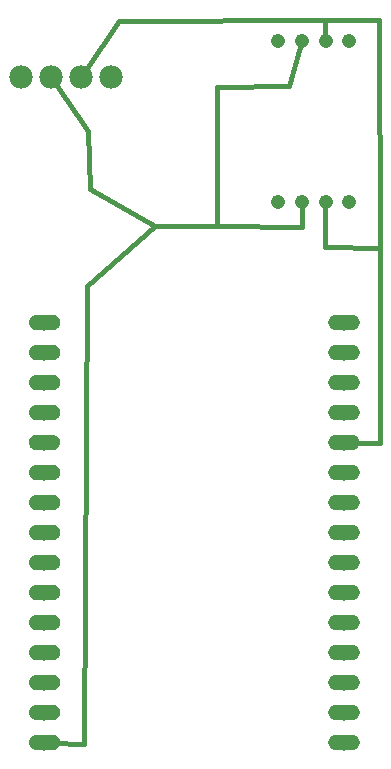
<source format=gbl>
G04 MADE WITH FRITZING*
G04 WWW.FRITZING.ORG*
G04 DOUBLE SIDED*
G04 HOLES PLATED*
G04 CONTOUR ON CENTER OF CONTOUR VECTOR*
%ASAXBY*%
%FSLAX23Y23*%
%MOIN*%
%OFA0B0*%
%SFA1.0B1.0*%
%ADD10C,0.078000*%
%ADD11C,0.047559*%
%ADD12C,0.052000*%
%ADD13C,0.016000*%
%ADD14R,0.001000X0.001000*%
%LNCOPPER0*%
G90*
G70*
G54D10*
X165Y2748D03*
X265Y2748D03*
X365Y2748D03*
X465Y2748D03*
G54D11*
X1022Y2866D03*
X1101Y2866D03*
X1180Y2866D03*
X1258Y2866D03*
X1022Y2330D03*
X1101Y2330D03*
X1180Y2330D03*
X1258Y2330D03*
G54D12*
X1243Y528D03*
X1243Y628D03*
X1243Y728D03*
X1243Y828D03*
X1243Y928D03*
X1243Y1028D03*
X1243Y1128D03*
X1243Y1228D03*
X1243Y1328D03*
X1243Y1428D03*
X1243Y1528D03*
X1243Y1628D03*
X1243Y1728D03*
X1243Y1828D03*
X1243Y1928D03*
X243Y1928D03*
X243Y1828D03*
X243Y1728D03*
X243Y1628D03*
X243Y1528D03*
X243Y1428D03*
X243Y1328D03*
X243Y1228D03*
X243Y1128D03*
X243Y1028D03*
X243Y928D03*
X243Y828D03*
X243Y728D03*
X243Y628D03*
X243Y528D03*
G54D13*
X1179Y2181D02*
X1179Y2311D01*
D02*
X1360Y2176D02*
X1179Y2181D01*
D02*
X1360Y1528D02*
X1360Y2176D01*
D02*
X1268Y1528D02*
X1360Y1528D01*
D02*
X1179Y2937D02*
X1179Y2885D01*
D02*
X1357Y2937D02*
X1179Y2937D01*
D02*
X1360Y2176D02*
X1357Y2937D01*
D02*
X492Y2933D02*
X378Y2768D01*
D02*
X1179Y2937D02*
X492Y2933D01*
D02*
X1101Y2311D02*
X1101Y2248D01*
D02*
X1101Y2248D02*
X818Y2252D01*
D02*
X818Y2252D02*
X612Y2252D01*
D02*
X612Y2252D02*
X386Y2050D01*
D02*
X818Y2252D02*
X818Y2713D01*
D02*
X386Y2050D02*
X375Y524D01*
D02*
X612Y2252D02*
X396Y2374D01*
D02*
X818Y2713D02*
X1057Y2716D01*
D02*
X375Y524D02*
X268Y527D01*
D02*
X396Y2374D02*
X388Y2567D01*
D02*
X1057Y2716D02*
X1095Y2847D01*
D02*
X388Y2567D02*
X278Y2727D01*
G54D14*
X216Y1955D02*
X272Y1955D01*
X1214Y1955D02*
X1269Y1955D01*
X211Y1954D02*
X277Y1954D01*
X1209Y1954D02*
X1275Y1954D01*
X208Y1953D02*
X280Y1953D01*
X1206Y1953D02*
X1277Y1953D01*
X206Y1952D02*
X282Y1952D01*
X1204Y1952D02*
X1279Y1952D01*
X205Y1951D02*
X283Y1951D01*
X1202Y1951D02*
X1281Y1951D01*
X203Y1950D02*
X285Y1950D01*
X1201Y1950D02*
X1282Y1950D01*
X202Y1949D02*
X286Y1949D01*
X1200Y1949D02*
X1284Y1949D01*
X201Y1948D02*
X287Y1948D01*
X1198Y1948D02*
X1285Y1948D01*
X200Y1947D02*
X288Y1947D01*
X1197Y1947D02*
X1286Y1947D01*
X199Y1946D02*
X289Y1946D01*
X1196Y1946D02*
X1287Y1946D01*
X198Y1945D02*
X243Y1945D01*
X245Y1945D02*
X290Y1945D01*
X1196Y1945D02*
X1239Y1945D01*
X1242Y1945D02*
X1287Y1945D01*
X197Y1944D02*
X238Y1944D01*
X250Y1944D02*
X291Y1944D01*
X1195Y1944D02*
X1234Y1944D01*
X1247Y1944D02*
X1288Y1944D01*
X197Y1943D02*
X236Y1943D01*
X253Y1943D02*
X291Y1943D01*
X1194Y1943D02*
X1232Y1943D01*
X1249Y1943D02*
X1289Y1943D01*
X196Y1942D02*
X234Y1942D01*
X254Y1942D02*
X292Y1942D01*
X1194Y1942D02*
X1231Y1942D01*
X1251Y1942D02*
X1289Y1942D01*
X196Y1941D02*
X233Y1941D01*
X255Y1941D02*
X292Y1941D01*
X1193Y1941D02*
X1230Y1941D01*
X1252Y1941D02*
X1290Y1941D01*
X195Y1940D02*
X232Y1940D01*
X256Y1940D02*
X293Y1940D01*
X1193Y1940D02*
X1228Y1940D01*
X1253Y1940D02*
X1291Y1940D01*
X195Y1939D02*
X231Y1939D01*
X257Y1939D02*
X294Y1939D01*
X1192Y1939D02*
X1228Y1939D01*
X1254Y1939D02*
X1291Y1939D01*
X194Y1938D02*
X230Y1938D01*
X258Y1938D02*
X294Y1938D01*
X1192Y1938D02*
X1227Y1938D01*
X1255Y1938D02*
X1291Y1938D01*
X194Y1937D02*
X230Y1937D01*
X259Y1937D02*
X294Y1937D01*
X1191Y1937D02*
X1226Y1937D01*
X1255Y1937D02*
X1292Y1937D01*
X193Y1936D02*
X229Y1936D01*
X259Y1936D02*
X295Y1936D01*
X1191Y1936D02*
X1226Y1936D01*
X1256Y1936D02*
X1292Y1936D01*
X193Y1935D02*
X229Y1935D01*
X260Y1935D02*
X295Y1935D01*
X1191Y1935D02*
X1225Y1935D01*
X1256Y1935D02*
X1292Y1935D01*
X193Y1934D02*
X228Y1934D01*
X260Y1934D02*
X295Y1934D01*
X1191Y1934D02*
X1225Y1934D01*
X1257Y1934D02*
X1293Y1934D01*
X193Y1933D02*
X228Y1933D01*
X260Y1933D02*
X295Y1933D01*
X1190Y1933D02*
X1225Y1933D01*
X1257Y1933D02*
X1293Y1933D01*
X193Y1932D02*
X228Y1932D01*
X260Y1932D02*
X295Y1932D01*
X1190Y1932D02*
X1224Y1932D01*
X1257Y1932D02*
X1293Y1932D01*
X193Y1931D02*
X228Y1931D01*
X261Y1931D02*
X295Y1931D01*
X1190Y1931D02*
X1224Y1931D01*
X1257Y1931D02*
X1293Y1931D01*
X193Y1930D02*
X227Y1930D01*
X261Y1930D02*
X295Y1930D01*
X1190Y1930D02*
X1224Y1930D01*
X1257Y1930D02*
X1293Y1930D01*
X193Y1929D02*
X227Y1929D01*
X261Y1929D02*
X295Y1929D01*
X1190Y1929D02*
X1224Y1929D01*
X1257Y1929D02*
X1293Y1929D01*
X193Y1928D02*
X227Y1928D01*
X261Y1928D02*
X295Y1928D01*
X1190Y1928D02*
X1224Y1928D01*
X1257Y1928D02*
X1293Y1928D01*
X193Y1927D02*
X228Y1927D01*
X261Y1927D02*
X295Y1927D01*
X1190Y1927D02*
X1224Y1927D01*
X1257Y1927D02*
X1293Y1927D01*
X193Y1926D02*
X228Y1926D01*
X260Y1926D02*
X295Y1926D01*
X1190Y1926D02*
X1224Y1926D01*
X1257Y1926D02*
X1293Y1926D01*
X193Y1925D02*
X228Y1925D01*
X260Y1925D02*
X295Y1925D01*
X1190Y1925D02*
X1225Y1925D01*
X1257Y1925D02*
X1293Y1925D01*
X193Y1924D02*
X228Y1924D01*
X260Y1924D02*
X295Y1924D01*
X1191Y1924D02*
X1225Y1924D01*
X1257Y1924D02*
X1292Y1924D01*
X193Y1923D02*
X229Y1923D01*
X260Y1923D02*
X295Y1923D01*
X1191Y1923D02*
X1225Y1923D01*
X1256Y1923D02*
X1292Y1923D01*
X194Y1922D02*
X229Y1922D01*
X259Y1922D02*
X294Y1922D01*
X1191Y1922D02*
X1226Y1922D01*
X1256Y1922D02*
X1292Y1922D01*
X194Y1921D02*
X230Y1921D01*
X259Y1921D02*
X294Y1921D01*
X1191Y1921D02*
X1226Y1921D01*
X1255Y1921D02*
X1292Y1921D01*
X194Y1920D02*
X230Y1920D01*
X258Y1920D02*
X294Y1920D01*
X1192Y1920D02*
X1227Y1920D01*
X1255Y1920D02*
X1291Y1920D01*
X195Y1919D02*
X231Y1919D01*
X257Y1919D02*
X293Y1919D01*
X1192Y1919D02*
X1228Y1919D01*
X1254Y1919D02*
X1291Y1919D01*
X195Y1918D02*
X232Y1918D01*
X256Y1918D02*
X293Y1918D01*
X1193Y1918D02*
X1229Y1918D01*
X1253Y1918D02*
X1290Y1918D01*
X196Y1917D02*
X233Y1917D01*
X255Y1917D02*
X292Y1917D01*
X1193Y1917D02*
X1230Y1917D01*
X1252Y1917D02*
X1290Y1917D01*
X196Y1916D02*
X234Y1916D01*
X254Y1916D02*
X292Y1916D01*
X1194Y1916D02*
X1231Y1916D01*
X1251Y1916D02*
X1289Y1916D01*
X197Y1915D02*
X236Y1915D01*
X252Y1915D02*
X291Y1915D01*
X1194Y1915D02*
X1233Y1915D01*
X1249Y1915D02*
X1289Y1915D01*
X197Y1914D02*
X238Y1914D01*
X250Y1914D02*
X291Y1914D01*
X1195Y1914D02*
X1235Y1914D01*
X1247Y1914D02*
X1288Y1914D01*
X198Y1913D02*
X290Y1913D01*
X1196Y1913D02*
X1287Y1913D01*
X199Y1912D02*
X289Y1912D01*
X1197Y1912D02*
X1286Y1912D01*
X200Y1911D02*
X288Y1911D01*
X1197Y1911D02*
X1286Y1911D01*
X201Y1910D02*
X287Y1910D01*
X1199Y1910D02*
X1284Y1910D01*
X202Y1909D02*
X286Y1909D01*
X1200Y1909D02*
X1283Y1909D01*
X203Y1908D02*
X285Y1908D01*
X1201Y1908D02*
X1282Y1908D01*
X205Y1907D02*
X283Y1907D01*
X1203Y1907D02*
X1280Y1907D01*
X207Y1906D02*
X281Y1906D01*
X1204Y1906D02*
X1279Y1906D01*
X209Y1905D02*
X279Y1905D01*
X1206Y1905D02*
X1277Y1905D01*
X212Y1904D02*
X276Y1904D01*
X1210Y1904D02*
X1274Y1904D01*
X216Y1855D02*
X272Y1855D01*
X1214Y1855D02*
X1270Y1855D01*
X211Y1854D02*
X277Y1854D01*
X1209Y1854D02*
X1275Y1854D01*
X208Y1853D02*
X280Y1853D01*
X1206Y1853D02*
X1277Y1853D01*
X206Y1852D02*
X282Y1852D01*
X1204Y1852D02*
X1279Y1852D01*
X205Y1851D02*
X283Y1851D01*
X1202Y1851D02*
X1281Y1851D01*
X203Y1850D02*
X285Y1850D01*
X1201Y1850D02*
X1282Y1850D01*
X202Y1849D02*
X286Y1849D01*
X1199Y1849D02*
X1284Y1849D01*
X201Y1848D02*
X287Y1848D01*
X1198Y1848D02*
X1285Y1848D01*
X200Y1847D02*
X288Y1847D01*
X1197Y1847D02*
X1286Y1847D01*
X199Y1846D02*
X289Y1846D01*
X1196Y1846D02*
X1287Y1846D01*
X198Y1845D02*
X242Y1845D01*
X246Y1845D02*
X290Y1845D01*
X1196Y1845D02*
X1239Y1845D01*
X1243Y1845D02*
X1288Y1845D01*
X197Y1844D02*
X238Y1844D01*
X250Y1844D02*
X291Y1844D01*
X1195Y1844D02*
X1234Y1844D01*
X1247Y1844D02*
X1288Y1844D01*
X197Y1843D02*
X236Y1843D01*
X253Y1843D02*
X291Y1843D01*
X1194Y1843D02*
X1232Y1843D01*
X1249Y1843D02*
X1289Y1843D01*
X196Y1842D02*
X234Y1842D01*
X254Y1842D02*
X292Y1842D01*
X1194Y1842D02*
X1231Y1842D01*
X1251Y1842D02*
X1290Y1842D01*
X196Y1841D02*
X233Y1841D01*
X255Y1841D02*
X293Y1841D01*
X1193Y1841D02*
X1230Y1841D01*
X1252Y1841D02*
X1290Y1841D01*
X195Y1840D02*
X232Y1840D01*
X256Y1840D02*
X293Y1840D01*
X1193Y1840D02*
X1228Y1840D01*
X1253Y1840D02*
X1291Y1840D01*
X194Y1839D02*
X231Y1839D01*
X257Y1839D02*
X294Y1839D01*
X1192Y1839D02*
X1228Y1839D01*
X1254Y1839D02*
X1291Y1839D01*
X194Y1838D02*
X230Y1838D01*
X258Y1838D02*
X294Y1838D01*
X1192Y1838D02*
X1227Y1838D01*
X1255Y1838D02*
X1291Y1838D01*
X194Y1837D02*
X229Y1837D01*
X259Y1837D02*
X294Y1837D01*
X1191Y1837D02*
X1226Y1837D01*
X1255Y1837D02*
X1292Y1837D01*
X193Y1836D02*
X229Y1836D01*
X259Y1836D02*
X295Y1836D01*
X1191Y1836D02*
X1226Y1836D01*
X1256Y1836D02*
X1292Y1836D01*
X193Y1835D02*
X229Y1835D01*
X260Y1835D02*
X295Y1835D01*
X1191Y1835D02*
X1225Y1835D01*
X1256Y1835D02*
X1292Y1835D01*
X193Y1834D02*
X228Y1834D01*
X260Y1834D02*
X295Y1834D01*
X1191Y1834D02*
X1225Y1834D01*
X1257Y1834D02*
X1293Y1834D01*
X193Y1833D02*
X228Y1833D01*
X260Y1833D02*
X295Y1833D01*
X1190Y1833D02*
X1225Y1833D01*
X1257Y1833D02*
X1293Y1833D01*
X193Y1832D02*
X228Y1832D01*
X260Y1832D02*
X295Y1832D01*
X1190Y1832D02*
X1224Y1832D01*
X1257Y1832D02*
X1293Y1832D01*
X193Y1831D02*
X228Y1831D01*
X261Y1831D02*
X295Y1831D01*
X1190Y1831D02*
X1224Y1831D01*
X1257Y1831D02*
X1293Y1831D01*
X193Y1830D02*
X227Y1830D01*
X261Y1830D02*
X295Y1830D01*
X1190Y1830D02*
X1224Y1830D01*
X1257Y1830D02*
X1293Y1830D01*
X193Y1829D02*
X227Y1829D01*
X261Y1829D02*
X295Y1829D01*
X1190Y1829D02*
X1224Y1829D01*
X1257Y1829D02*
X1293Y1829D01*
X193Y1828D02*
X227Y1828D01*
X261Y1828D02*
X295Y1828D01*
X1190Y1828D02*
X1224Y1828D01*
X1257Y1828D02*
X1293Y1828D01*
X193Y1827D02*
X228Y1827D01*
X261Y1827D02*
X295Y1827D01*
X1190Y1827D02*
X1224Y1827D01*
X1257Y1827D02*
X1293Y1827D01*
X193Y1826D02*
X228Y1826D01*
X260Y1826D02*
X295Y1826D01*
X1190Y1826D02*
X1224Y1826D01*
X1257Y1826D02*
X1293Y1826D01*
X193Y1825D02*
X228Y1825D01*
X260Y1825D02*
X295Y1825D01*
X1190Y1825D02*
X1225Y1825D01*
X1257Y1825D02*
X1293Y1825D01*
X193Y1824D02*
X228Y1824D01*
X260Y1824D02*
X295Y1824D01*
X1191Y1824D02*
X1225Y1824D01*
X1257Y1824D02*
X1293Y1824D01*
X193Y1823D02*
X229Y1823D01*
X260Y1823D02*
X295Y1823D01*
X1191Y1823D02*
X1225Y1823D01*
X1256Y1823D02*
X1292Y1823D01*
X194Y1822D02*
X229Y1822D01*
X259Y1822D02*
X294Y1822D01*
X1191Y1822D02*
X1226Y1822D01*
X1256Y1822D02*
X1292Y1822D01*
X194Y1821D02*
X230Y1821D01*
X259Y1821D02*
X294Y1821D01*
X1191Y1821D02*
X1226Y1821D01*
X1255Y1821D02*
X1292Y1821D01*
X194Y1820D02*
X230Y1820D01*
X258Y1820D02*
X294Y1820D01*
X1192Y1820D02*
X1227Y1820D01*
X1255Y1820D02*
X1291Y1820D01*
X195Y1819D02*
X231Y1819D01*
X257Y1819D02*
X293Y1819D01*
X1192Y1819D02*
X1228Y1819D01*
X1254Y1819D02*
X1291Y1819D01*
X195Y1818D02*
X232Y1818D01*
X256Y1818D02*
X293Y1818D01*
X1193Y1818D02*
X1229Y1818D01*
X1253Y1818D02*
X1290Y1818D01*
X196Y1817D02*
X233Y1817D01*
X255Y1817D02*
X292Y1817D01*
X1193Y1817D02*
X1230Y1817D01*
X1252Y1817D02*
X1290Y1817D01*
X196Y1816D02*
X234Y1816D01*
X254Y1816D02*
X292Y1816D01*
X1194Y1816D02*
X1231Y1816D01*
X1251Y1816D02*
X1289Y1816D01*
X197Y1815D02*
X236Y1815D01*
X252Y1815D02*
X291Y1815D01*
X1194Y1815D02*
X1233Y1815D01*
X1249Y1815D02*
X1289Y1815D01*
X197Y1814D02*
X238Y1814D01*
X250Y1814D02*
X291Y1814D01*
X1195Y1814D02*
X1235Y1814D01*
X1247Y1814D02*
X1288Y1814D01*
X198Y1813D02*
X290Y1813D01*
X1196Y1813D02*
X1287Y1813D01*
X199Y1812D02*
X289Y1812D01*
X1197Y1812D02*
X1286Y1812D01*
X200Y1811D02*
X288Y1811D01*
X1198Y1811D02*
X1286Y1811D01*
X201Y1810D02*
X287Y1810D01*
X1199Y1810D02*
X1285Y1810D01*
X202Y1809D02*
X286Y1809D01*
X1200Y1809D02*
X1283Y1809D01*
X204Y1808D02*
X285Y1808D01*
X1201Y1808D02*
X1282Y1808D01*
X205Y1807D02*
X283Y1807D01*
X1203Y1807D02*
X1280Y1807D01*
X207Y1806D02*
X281Y1806D01*
X1204Y1806D02*
X1279Y1806D01*
X209Y1805D02*
X279Y1805D01*
X1207Y1805D02*
X1277Y1805D01*
X212Y1804D02*
X276Y1804D01*
X1210Y1804D02*
X1274Y1804D01*
X216Y1755D02*
X272Y1755D01*
X1213Y1755D02*
X1270Y1755D01*
X211Y1754D02*
X277Y1754D01*
X1208Y1754D02*
X1275Y1754D01*
X208Y1753D02*
X280Y1753D01*
X1206Y1753D02*
X1277Y1753D01*
X206Y1752D02*
X282Y1752D01*
X1204Y1752D02*
X1279Y1752D01*
X205Y1751D02*
X284Y1751D01*
X1202Y1751D02*
X1281Y1751D01*
X203Y1750D02*
X285Y1750D01*
X1201Y1750D02*
X1282Y1750D01*
X202Y1749D02*
X286Y1749D01*
X1199Y1749D02*
X1284Y1749D01*
X201Y1748D02*
X287Y1748D01*
X1198Y1748D02*
X1285Y1748D01*
X200Y1747D02*
X288Y1747D01*
X1197Y1747D02*
X1286Y1747D01*
X199Y1746D02*
X289Y1746D01*
X1196Y1746D02*
X1287Y1746D01*
X198Y1745D02*
X242Y1745D01*
X246Y1745D02*
X290Y1745D01*
X1196Y1745D02*
X1239Y1745D01*
X1243Y1745D02*
X1288Y1745D01*
X197Y1744D02*
X238Y1744D01*
X251Y1744D02*
X291Y1744D01*
X1195Y1744D02*
X1234Y1744D01*
X1247Y1744D02*
X1288Y1744D01*
X197Y1743D02*
X235Y1743D01*
X253Y1743D02*
X291Y1743D01*
X1194Y1743D02*
X1232Y1743D01*
X1249Y1743D02*
X1289Y1743D01*
X196Y1742D02*
X234Y1742D01*
X254Y1742D02*
X292Y1742D01*
X1194Y1742D02*
X1231Y1742D01*
X1251Y1742D02*
X1289Y1742D01*
X196Y1741D02*
X233Y1741D01*
X255Y1741D02*
X293Y1741D01*
X1193Y1741D02*
X1229Y1741D01*
X1252Y1741D02*
X1290Y1741D01*
X195Y1740D02*
X232Y1740D01*
X256Y1740D02*
X293Y1740D01*
X1192Y1740D02*
X1228Y1740D01*
X1253Y1740D02*
X1291Y1740D01*
X194Y1739D02*
X231Y1739D01*
X257Y1739D02*
X294Y1739D01*
X1192Y1739D02*
X1228Y1739D01*
X1254Y1739D02*
X1291Y1739D01*
X194Y1738D02*
X230Y1738D01*
X258Y1738D02*
X294Y1738D01*
X1192Y1738D02*
X1227Y1738D01*
X1255Y1738D02*
X1291Y1738D01*
X194Y1737D02*
X229Y1737D01*
X259Y1737D02*
X294Y1737D01*
X1191Y1737D02*
X1226Y1737D01*
X1255Y1737D02*
X1292Y1737D01*
X193Y1736D02*
X229Y1736D01*
X259Y1736D02*
X295Y1736D01*
X1191Y1736D02*
X1226Y1736D01*
X1256Y1736D02*
X1292Y1736D01*
X193Y1735D02*
X229Y1735D01*
X260Y1735D02*
X295Y1735D01*
X1191Y1735D02*
X1225Y1735D01*
X1256Y1735D02*
X1292Y1735D01*
X193Y1734D02*
X228Y1734D01*
X260Y1734D02*
X295Y1734D01*
X1191Y1734D02*
X1225Y1734D01*
X1257Y1734D02*
X1293Y1734D01*
X193Y1733D02*
X228Y1733D01*
X260Y1733D02*
X295Y1733D01*
X1190Y1733D02*
X1225Y1733D01*
X1257Y1733D02*
X1293Y1733D01*
X193Y1732D02*
X228Y1732D01*
X260Y1732D02*
X295Y1732D01*
X1190Y1732D02*
X1224Y1732D01*
X1257Y1732D02*
X1293Y1732D01*
X193Y1731D02*
X227Y1731D01*
X261Y1731D02*
X295Y1731D01*
X1190Y1731D02*
X1224Y1731D01*
X1257Y1731D02*
X1293Y1731D01*
X193Y1730D02*
X227Y1730D01*
X261Y1730D02*
X295Y1730D01*
X1190Y1730D02*
X1224Y1730D01*
X1257Y1730D02*
X1293Y1730D01*
X193Y1729D02*
X227Y1729D01*
X261Y1729D02*
X295Y1729D01*
X1190Y1729D02*
X1224Y1729D01*
X1257Y1729D02*
X1293Y1729D01*
X193Y1728D02*
X227Y1728D01*
X261Y1728D02*
X295Y1728D01*
X1190Y1728D02*
X1224Y1728D01*
X1257Y1728D02*
X1293Y1728D01*
X193Y1727D02*
X228Y1727D01*
X261Y1727D02*
X295Y1727D01*
X1190Y1727D02*
X1224Y1727D01*
X1257Y1727D02*
X1293Y1727D01*
X193Y1726D02*
X228Y1726D01*
X260Y1726D02*
X295Y1726D01*
X1190Y1726D02*
X1224Y1726D01*
X1257Y1726D02*
X1293Y1726D01*
X193Y1725D02*
X228Y1725D01*
X260Y1725D02*
X295Y1725D01*
X1190Y1725D02*
X1225Y1725D01*
X1257Y1725D02*
X1293Y1725D01*
X193Y1724D02*
X228Y1724D01*
X260Y1724D02*
X295Y1724D01*
X1191Y1724D02*
X1225Y1724D01*
X1257Y1724D02*
X1292Y1724D01*
X193Y1723D02*
X229Y1723D01*
X259Y1723D02*
X295Y1723D01*
X1191Y1723D02*
X1225Y1723D01*
X1256Y1723D02*
X1292Y1723D01*
X194Y1722D02*
X229Y1722D01*
X259Y1722D02*
X294Y1722D01*
X1191Y1722D02*
X1226Y1722D01*
X1256Y1722D02*
X1292Y1722D01*
X194Y1721D02*
X230Y1721D01*
X258Y1721D02*
X294Y1721D01*
X1191Y1721D02*
X1226Y1721D01*
X1255Y1721D02*
X1292Y1721D01*
X194Y1720D02*
X230Y1720D01*
X258Y1720D02*
X294Y1720D01*
X1192Y1720D02*
X1227Y1720D01*
X1255Y1720D02*
X1291Y1720D01*
X195Y1719D02*
X231Y1719D01*
X257Y1719D02*
X293Y1719D01*
X1192Y1719D02*
X1228Y1719D01*
X1254Y1719D02*
X1291Y1719D01*
X195Y1718D02*
X232Y1718D01*
X256Y1718D02*
X293Y1718D01*
X1193Y1718D02*
X1229Y1718D01*
X1253Y1718D02*
X1290Y1718D01*
X196Y1717D02*
X233Y1717D01*
X255Y1717D02*
X292Y1717D01*
X1193Y1717D02*
X1230Y1717D01*
X1252Y1717D02*
X1290Y1717D01*
X196Y1716D02*
X234Y1716D01*
X254Y1716D02*
X292Y1716D01*
X1194Y1716D02*
X1231Y1716D01*
X1251Y1716D02*
X1289Y1716D01*
X197Y1715D02*
X236Y1715D01*
X252Y1715D02*
X291Y1715D01*
X1194Y1715D02*
X1233Y1715D01*
X1249Y1715D02*
X1289Y1715D01*
X198Y1714D02*
X238Y1714D01*
X250Y1714D02*
X291Y1714D01*
X1195Y1714D02*
X1235Y1714D01*
X1247Y1714D02*
X1288Y1714D01*
X198Y1713D02*
X290Y1713D01*
X1196Y1713D02*
X1287Y1713D01*
X199Y1712D02*
X289Y1712D01*
X1197Y1712D02*
X1286Y1712D01*
X200Y1711D02*
X288Y1711D01*
X1198Y1711D02*
X1286Y1711D01*
X201Y1710D02*
X287Y1710D01*
X1199Y1710D02*
X1284Y1710D01*
X202Y1709D02*
X286Y1709D01*
X1200Y1709D02*
X1283Y1709D01*
X204Y1708D02*
X284Y1708D01*
X1201Y1708D02*
X1282Y1708D01*
X205Y1707D02*
X283Y1707D01*
X1203Y1707D02*
X1280Y1707D01*
X207Y1706D02*
X281Y1706D01*
X1205Y1706D02*
X1279Y1706D01*
X209Y1705D02*
X279Y1705D01*
X1207Y1705D02*
X1277Y1705D01*
X212Y1704D02*
X276Y1704D01*
X1210Y1704D02*
X1273Y1704D01*
X216Y1655D02*
X273Y1655D01*
X1213Y1655D02*
X1270Y1655D01*
X211Y1654D02*
X277Y1654D01*
X1208Y1654D02*
X1275Y1654D01*
X208Y1653D02*
X280Y1653D01*
X1206Y1653D02*
X1277Y1653D01*
X206Y1652D02*
X282Y1652D01*
X1204Y1652D02*
X1279Y1652D01*
X204Y1651D02*
X284Y1651D01*
X1202Y1651D02*
X1281Y1651D01*
X203Y1650D02*
X285Y1650D01*
X1201Y1650D02*
X1283Y1650D01*
X202Y1649D02*
X286Y1649D01*
X1199Y1649D02*
X1284Y1649D01*
X201Y1648D02*
X287Y1648D01*
X1198Y1648D02*
X1285Y1648D01*
X200Y1647D02*
X288Y1647D01*
X1197Y1647D02*
X1286Y1647D01*
X199Y1646D02*
X289Y1646D01*
X1196Y1646D02*
X1287Y1646D01*
X198Y1645D02*
X241Y1645D01*
X247Y1645D02*
X290Y1645D01*
X1196Y1645D02*
X1238Y1645D01*
X1244Y1645D02*
X1288Y1645D01*
X197Y1644D02*
X237Y1644D01*
X251Y1644D02*
X291Y1644D01*
X1195Y1644D02*
X1234Y1644D01*
X1248Y1644D02*
X1288Y1644D01*
X197Y1643D02*
X235Y1643D01*
X253Y1643D02*
X291Y1643D01*
X1194Y1643D02*
X1232Y1643D01*
X1250Y1643D02*
X1289Y1643D01*
X196Y1642D02*
X234Y1642D01*
X254Y1642D02*
X292Y1642D01*
X1194Y1642D02*
X1231Y1642D01*
X1251Y1642D02*
X1290Y1642D01*
X196Y1641D02*
X233Y1641D01*
X256Y1641D02*
X293Y1641D01*
X1193Y1641D02*
X1229Y1641D01*
X1252Y1641D02*
X1290Y1641D01*
X195Y1640D02*
X232Y1640D01*
X257Y1640D02*
X293Y1640D01*
X1192Y1640D02*
X1228Y1640D01*
X1253Y1640D02*
X1291Y1640D01*
X194Y1639D02*
X231Y1639D01*
X257Y1639D02*
X294Y1639D01*
X1192Y1639D02*
X1227Y1639D01*
X1254Y1639D02*
X1291Y1639D01*
X194Y1638D02*
X230Y1638D01*
X258Y1638D02*
X294Y1638D01*
X1192Y1638D02*
X1227Y1638D01*
X1255Y1638D02*
X1292Y1638D01*
X194Y1637D02*
X229Y1637D01*
X259Y1637D02*
X294Y1637D01*
X1191Y1637D02*
X1226Y1637D01*
X1256Y1637D02*
X1292Y1637D01*
X193Y1636D02*
X229Y1636D01*
X259Y1636D02*
X295Y1636D01*
X1191Y1636D02*
X1226Y1636D01*
X1256Y1636D02*
X1292Y1636D01*
X193Y1635D02*
X228Y1635D01*
X260Y1635D02*
X295Y1635D01*
X1191Y1635D02*
X1225Y1635D01*
X1257Y1635D02*
X1292Y1635D01*
X193Y1634D02*
X228Y1634D01*
X260Y1634D02*
X295Y1634D01*
X1191Y1634D02*
X1225Y1634D01*
X1257Y1634D02*
X1293Y1634D01*
X193Y1633D02*
X228Y1633D01*
X260Y1633D02*
X295Y1633D01*
X1190Y1633D02*
X1224Y1633D01*
X1257Y1633D02*
X1293Y1633D01*
X193Y1632D02*
X228Y1632D01*
X261Y1632D02*
X295Y1632D01*
X1190Y1632D02*
X1224Y1632D01*
X1257Y1632D02*
X1293Y1632D01*
X193Y1631D02*
X227Y1631D01*
X261Y1631D02*
X295Y1631D01*
X1190Y1631D02*
X1224Y1631D01*
X1258Y1631D02*
X1293Y1631D01*
X193Y1630D02*
X227Y1630D01*
X261Y1630D02*
X295Y1630D01*
X1190Y1630D02*
X1224Y1630D01*
X1258Y1630D02*
X1293Y1630D01*
X193Y1629D02*
X227Y1629D01*
X261Y1629D02*
X295Y1629D01*
X1190Y1629D02*
X1224Y1629D01*
X1258Y1629D02*
X1293Y1629D01*
X193Y1628D02*
X227Y1628D01*
X261Y1628D02*
X295Y1628D01*
X1190Y1628D02*
X1224Y1628D01*
X1258Y1628D02*
X1293Y1628D01*
X193Y1627D02*
X227Y1627D01*
X261Y1627D02*
X295Y1627D01*
X1190Y1627D02*
X1224Y1627D01*
X1257Y1627D02*
X1293Y1627D01*
X193Y1626D02*
X228Y1626D01*
X261Y1626D02*
X295Y1626D01*
X1190Y1626D02*
X1224Y1626D01*
X1257Y1626D02*
X1293Y1626D01*
X193Y1625D02*
X228Y1625D01*
X260Y1625D02*
X295Y1625D01*
X1190Y1625D02*
X1225Y1625D01*
X1257Y1625D02*
X1293Y1625D01*
X193Y1624D02*
X228Y1624D01*
X260Y1624D02*
X295Y1624D01*
X1191Y1624D02*
X1225Y1624D01*
X1257Y1624D02*
X1293Y1624D01*
X193Y1623D02*
X228Y1623D01*
X260Y1623D02*
X295Y1623D01*
X1191Y1623D02*
X1225Y1623D01*
X1256Y1623D02*
X1292Y1623D01*
X194Y1622D02*
X229Y1622D01*
X259Y1622D02*
X294Y1622D01*
X1191Y1622D02*
X1226Y1622D01*
X1256Y1622D02*
X1292Y1622D01*
X194Y1621D02*
X230Y1621D01*
X259Y1621D02*
X294Y1621D01*
X1191Y1621D02*
X1226Y1621D01*
X1255Y1621D02*
X1292Y1621D01*
X194Y1620D02*
X230Y1620D01*
X258Y1620D02*
X294Y1620D01*
X1192Y1620D02*
X1227Y1620D01*
X1255Y1620D02*
X1291Y1620D01*
X195Y1619D02*
X231Y1619D01*
X257Y1619D02*
X293Y1619D01*
X1192Y1619D02*
X1228Y1619D01*
X1254Y1619D02*
X1291Y1619D01*
X195Y1618D02*
X232Y1618D01*
X256Y1618D02*
X293Y1618D01*
X1193Y1618D02*
X1229Y1618D01*
X1253Y1618D02*
X1290Y1618D01*
X196Y1617D02*
X233Y1617D01*
X255Y1617D02*
X292Y1617D01*
X1193Y1617D02*
X1230Y1617D01*
X1252Y1617D02*
X1290Y1617D01*
X196Y1616D02*
X234Y1616D01*
X254Y1616D02*
X292Y1616D01*
X1194Y1616D02*
X1231Y1616D01*
X1251Y1616D02*
X1289Y1616D01*
X197Y1615D02*
X236Y1615D01*
X252Y1615D02*
X291Y1615D01*
X1194Y1615D02*
X1233Y1615D01*
X1249Y1615D02*
X1289Y1615D01*
X198Y1614D02*
X238Y1614D01*
X250Y1614D02*
X291Y1614D01*
X1195Y1614D02*
X1235Y1614D01*
X1247Y1614D02*
X1288Y1614D01*
X198Y1613D02*
X290Y1613D01*
X1196Y1613D02*
X1287Y1613D01*
X199Y1612D02*
X289Y1612D01*
X1197Y1612D02*
X1286Y1612D01*
X200Y1611D02*
X288Y1611D01*
X1198Y1611D02*
X1286Y1611D01*
X201Y1610D02*
X287Y1610D01*
X1199Y1610D02*
X1284Y1610D01*
X202Y1609D02*
X286Y1609D01*
X1200Y1609D02*
X1283Y1609D01*
X204Y1608D02*
X284Y1608D01*
X1201Y1608D02*
X1282Y1608D01*
X205Y1607D02*
X283Y1607D01*
X1203Y1607D02*
X1280Y1607D01*
X207Y1606D02*
X281Y1606D01*
X1205Y1606D02*
X1279Y1606D01*
X209Y1605D02*
X279Y1605D01*
X1207Y1605D02*
X1276Y1605D01*
X212Y1604D02*
X276Y1604D01*
X1210Y1604D02*
X1273Y1604D01*
X214Y1555D02*
X272Y1555D01*
X1213Y1555D02*
X1270Y1555D01*
X210Y1554D02*
X276Y1554D01*
X1208Y1554D02*
X1275Y1554D01*
X207Y1553D02*
X279Y1553D01*
X1206Y1553D02*
X1277Y1553D01*
X205Y1552D02*
X281Y1552D01*
X1204Y1552D02*
X1279Y1552D01*
X203Y1551D02*
X283Y1551D01*
X1202Y1551D02*
X1281Y1551D01*
X202Y1550D02*
X284Y1550D01*
X1201Y1550D02*
X1282Y1550D01*
X201Y1549D02*
X285Y1549D01*
X1199Y1549D02*
X1284Y1549D01*
X200Y1548D02*
X286Y1548D01*
X1198Y1548D02*
X1285Y1548D01*
X199Y1547D02*
X287Y1547D01*
X1197Y1547D02*
X1286Y1547D01*
X198Y1546D02*
X288Y1546D01*
X1196Y1546D02*
X1287Y1546D01*
X197Y1545D02*
X241Y1545D01*
X245Y1545D02*
X289Y1545D01*
X1196Y1545D02*
X1239Y1545D01*
X1243Y1545D02*
X1288Y1545D01*
X196Y1544D02*
X237Y1544D01*
X249Y1544D02*
X290Y1544D01*
X1195Y1544D02*
X1234Y1544D01*
X1247Y1544D02*
X1288Y1544D01*
X196Y1543D02*
X235Y1543D01*
X251Y1543D02*
X290Y1543D01*
X1194Y1543D02*
X1232Y1543D01*
X1249Y1543D02*
X1289Y1543D01*
X195Y1542D02*
X233Y1542D01*
X253Y1542D02*
X291Y1542D01*
X1194Y1542D02*
X1231Y1542D01*
X1251Y1542D02*
X1290Y1542D01*
X194Y1541D02*
X232Y1541D01*
X254Y1541D02*
X292Y1541D01*
X1193Y1541D02*
X1230Y1541D01*
X1252Y1541D02*
X1290Y1541D01*
X194Y1540D02*
X231Y1540D01*
X255Y1540D02*
X292Y1540D01*
X1192Y1540D02*
X1229Y1540D01*
X1253Y1540D02*
X1291Y1540D01*
X193Y1539D02*
X230Y1539D01*
X256Y1539D02*
X293Y1539D01*
X1192Y1539D02*
X1228Y1539D01*
X1254Y1539D02*
X1291Y1539D01*
X193Y1538D02*
X229Y1538D01*
X257Y1538D02*
X293Y1538D01*
X1192Y1538D02*
X1227Y1538D01*
X1255Y1538D02*
X1291Y1538D01*
X193Y1537D02*
X229Y1537D01*
X257Y1537D02*
X293Y1537D01*
X1191Y1537D02*
X1226Y1537D01*
X1255Y1537D02*
X1292Y1537D01*
X192Y1536D02*
X228Y1536D01*
X258Y1536D02*
X294Y1536D01*
X1191Y1536D02*
X1226Y1536D01*
X1256Y1536D02*
X1292Y1536D01*
X192Y1535D02*
X228Y1535D01*
X258Y1535D02*
X294Y1535D01*
X1191Y1535D02*
X1225Y1535D01*
X1256Y1535D02*
X1292Y1535D01*
X192Y1534D02*
X227Y1534D01*
X259Y1534D02*
X294Y1534D01*
X1191Y1534D02*
X1225Y1534D01*
X1256Y1534D02*
X1293Y1534D01*
X192Y1533D02*
X227Y1533D01*
X259Y1533D02*
X294Y1533D01*
X1190Y1533D02*
X1225Y1533D01*
X1257Y1533D02*
X1293Y1533D01*
X192Y1532D02*
X227Y1532D01*
X259Y1532D02*
X294Y1532D01*
X1190Y1532D02*
X1225Y1532D01*
X1257Y1532D02*
X1293Y1532D01*
X192Y1531D02*
X227Y1531D01*
X259Y1531D02*
X294Y1531D01*
X1190Y1531D02*
X1224Y1531D01*
X1257Y1531D02*
X1293Y1531D01*
X192Y1530D02*
X227Y1530D01*
X259Y1530D02*
X294Y1530D01*
X1190Y1530D02*
X1224Y1530D01*
X1257Y1530D02*
X1293Y1530D01*
X192Y1529D02*
X227Y1529D01*
X259Y1529D02*
X294Y1529D01*
X1190Y1529D02*
X1224Y1529D01*
X1257Y1529D02*
X1293Y1529D01*
X192Y1528D02*
X227Y1528D01*
X259Y1528D02*
X294Y1528D01*
X1190Y1528D02*
X1224Y1528D01*
X1257Y1528D02*
X1293Y1528D01*
X192Y1527D02*
X227Y1527D01*
X259Y1527D02*
X294Y1527D01*
X1190Y1527D02*
X1225Y1527D01*
X1257Y1527D02*
X1293Y1527D01*
X192Y1526D02*
X227Y1526D01*
X259Y1526D02*
X294Y1526D01*
X1190Y1526D02*
X1225Y1526D01*
X1257Y1526D02*
X1293Y1526D01*
X192Y1525D02*
X227Y1525D01*
X259Y1525D02*
X294Y1525D01*
X1190Y1525D02*
X1225Y1525D01*
X1257Y1525D02*
X1293Y1525D01*
X192Y1524D02*
X227Y1524D01*
X259Y1524D02*
X294Y1524D01*
X1191Y1524D02*
X1225Y1524D01*
X1256Y1524D02*
X1292Y1524D01*
X192Y1523D02*
X228Y1523D01*
X258Y1523D02*
X294Y1523D01*
X1191Y1523D02*
X1226Y1523D01*
X1256Y1523D02*
X1292Y1523D01*
X193Y1522D02*
X228Y1522D01*
X258Y1522D02*
X293Y1522D01*
X1191Y1522D02*
X1226Y1522D01*
X1256Y1522D02*
X1292Y1522D01*
X193Y1521D02*
X229Y1521D01*
X257Y1521D02*
X293Y1521D01*
X1191Y1521D02*
X1227Y1521D01*
X1255Y1521D02*
X1292Y1521D01*
X193Y1520D02*
X229Y1520D01*
X257Y1520D02*
X293Y1520D01*
X1192Y1520D02*
X1227Y1520D01*
X1254Y1520D02*
X1291Y1520D01*
X194Y1519D02*
X230Y1519D01*
X256Y1519D02*
X292Y1519D01*
X1192Y1519D02*
X1228Y1519D01*
X1254Y1519D02*
X1291Y1519D01*
X194Y1518D02*
X231Y1518D01*
X255Y1518D02*
X292Y1518D01*
X1193Y1518D02*
X1229Y1518D01*
X1253Y1518D02*
X1290Y1518D01*
X195Y1517D02*
X232Y1517D01*
X254Y1517D02*
X291Y1517D01*
X1193Y1517D02*
X1230Y1517D01*
X1252Y1517D02*
X1290Y1517D01*
X195Y1516D02*
X234Y1516D01*
X253Y1516D02*
X291Y1516D01*
X1194Y1516D02*
X1231Y1516D01*
X1250Y1516D02*
X1289Y1516D01*
X196Y1515D02*
X235Y1515D01*
X251Y1515D02*
X290Y1515D01*
X1194Y1515D02*
X1233Y1515D01*
X1249Y1515D02*
X1289Y1515D01*
X197Y1514D02*
X238Y1514D01*
X248Y1514D02*
X289Y1514D01*
X1195Y1514D02*
X1235Y1514D01*
X1246Y1514D02*
X1288Y1514D01*
X197Y1513D02*
X289Y1513D01*
X1196Y1513D02*
X1287Y1513D01*
X198Y1512D02*
X288Y1512D01*
X1197Y1512D02*
X1286Y1512D01*
X199Y1511D02*
X287Y1511D01*
X1198Y1511D02*
X1286Y1511D01*
X200Y1510D02*
X286Y1510D01*
X1199Y1510D02*
X1284Y1510D01*
X201Y1509D02*
X285Y1509D01*
X1200Y1509D02*
X1283Y1509D01*
X203Y1508D02*
X283Y1508D01*
X1201Y1508D02*
X1282Y1508D01*
X204Y1507D02*
X282Y1507D01*
X1203Y1507D02*
X1280Y1507D01*
X206Y1506D02*
X280Y1506D01*
X1205Y1506D02*
X1278Y1506D01*
X208Y1505D02*
X278Y1505D01*
X1207Y1505D02*
X1276Y1505D01*
X211Y1504D02*
X275Y1504D01*
X1210Y1504D02*
X1273Y1504D01*
X215Y1455D02*
X273Y1455D01*
X1213Y1455D02*
X1270Y1455D01*
X211Y1454D02*
X277Y1454D01*
X1208Y1454D02*
X1275Y1454D01*
X208Y1453D02*
X280Y1453D01*
X1206Y1453D02*
X1277Y1453D01*
X206Y1452D02*
X282Y1452D01*
X1204Y1452D02*
X1279Y1452D01*
X204Y1451D02*
X284Y1451D01*
X1202Y1451D02*
X1281Y1451D01*
X203Y1450D02*
X285Y1450D01*
X1201Y1450D02*
X1283Y1450D01*
X202Y1449D02*
X286Y1449D01*
X1199Y1449D02*
X1284Y1449D01*
X201Y1448D02*
X287Y1448D01*
X1198Y1448D02*
X1285Y1448D01*
X200Y1447D02*
X288Y1447D01*
X1197Y1447D02*
X1286Y1447D01*
X199Y1446D02*
X289Y1446D01*
X1196Y1446D02*
X1287Y1446D01*
X198Y1445D02*
X242Y1445D01*
X246Y1445D02*
X290Y1445D01*
X1196Y1445D02*
X1238Y1445D01*
X1243Y1445D02*
X1288Y1445D01*
X197Y1444D02*
X238Y1444D01*
X251Y1444D02*
X291Y1444D01*
X1195Y1444D02*
X1234Y1444D01*
X1247Y1444D02*
X1288Y1444D01*
X197Y1443D02*
X236Y1443D01*
X252Y1443D02*
X291Y1443D01*
X1194Y1443D02*
X1232Y1443D01*
X1249Y1443D02*
X1289Y1443D01*
X196Y1442D02*
X234Y1442D01*
X254Y1442D02*
X292Y1442D01*
X1194Y1442D02*
X1231Y1442D01*
X1251Y1442D02*
X1290Y1442D01*
X195Y1441D02*
X233Y1441D01*
X255Y1441D02*
X293Y1441D01*
X1193Y1441D02*
X1230Y1441D01*
X1252Y1441D02*
X1290Y1441D01*
X195Y1440D02*
X232Y1440D01*
X256Y1440D02*
X293Y1440D01*
X1192Y1440D02*
X1229Y1440D01*
X1253Y1440D02*
X1291Y1440D01*
X194Y1439D02*
X231Y1439D01*
X257Y1439D02*
X294Y1439D01*
X1192Y1439D02*
X1228Y1439D01*
X1254Y1439D02*
X1291Y1439D01*
X194Y1438D02*
X230Y1438D01*
X258Y1438D02*
X294Y1438D01*
X1192Y1438D02*
X1227Y1438D01*
X1255Y1438D02*
X1291Y1438D01*
X194Y1437D02*
X230Y1437D01*
X258Y1437D02*
X294Y1437D01*
X1191Y1437D02*
X1226Y1437D01*
X1255Y1437D02*
X1292Y1437D01*
X193Y1436D02*
X229Y1436D01*
X259Y1436D02*
X295Y1436D01*
X1191Y1436D02*
X1226Y1436D01*
X1256Y1436D02*
X1292Y1436D01*
X193Y1435D02*
X229Y1435D01*
X259Y1435D02*
X295Y1435D01*
X1191Y1435D02*
X1225Y1435D01*
X1256Y1435D02*
X1292Y1435D01*
X193Y1434D02*
X228Y1434D01*
X260Y1434D02*
X295Y1434D01*
X1191Y1434D02*
X1225Y1434D01*
X1256Y1434D02*
X1293Y1434D01*
X193Y1433D02*
X228Y1433D01*
X260Y1433D02*
X295Y1433D01*
X1190Y1433D02*
X1225Y1433D01*
X1257Y1433D02*
X1293Y1433D01*
X193Y1432D02*
X228Y1432D01*
X260Y1432D02*
X295Y1432D01*
X1190Y1432D02*
X1225Y1432D01*
X1257Y1432D02*
X1293Y1432D01*
X193Y1431D02*
X228Y1431D01*
X260Y1431D02*
X295Y1431D01*
X1190Y1431D02*
X1224Y1431D01*
X1257Y1431D02*
X1293Y1431D01*
X193Y1430D02*
X228Y1430D01*
X260Y1430D02*
X295Y1430D01*
X1190Y1430D02*
X1224Y1430D01*
X1257Y1430D02*
X1293Y1430D01*
X193Y1429D02*
X228Y1429D01*
X261Y1429D02*
X295Y1429D01*
X1190Y1429D02*
X1224Y1429D01*
X1257Y1429D02*
X1293Y1429D01*
X193Y1428D02*
X228Y1428D01*
X260Y1428D02*
X295Y1428D01*
X1190Y1428D02*
X1224Y1428D01*
X1257Y1428D02*
X1293Y1428D01*
X193Y1427D02*
X228Y1427D01*
X260Y1427D02*
X295Y1427D01*
X1190Y1427D02*
X1225Y1427D01*
X1257Y1427D02*
X1293Y1427D01*
X193Y1426D02*
X228Y1426D01*
X260Y1426D02*
X295Y1426D01*
X1190Y1426D02*
X1225Y1426D01*
X1257Y1426D02*
X1293Y1426D01*
X193Y1425D02*
X228Y1425D01*
X260Y1425D02*
X295Y1425D01*
X1190Y1425D02*
X1225Y1425D01*
X1257Y1425D02*
X1293Y1425D01*
X193Y1424D02*
X228Y1424D01*
X260Y1424D02*
X295Y1424D01*
X1191Y1424D02*
X1225Y1424D01*
X1256Y1424D02*
X1292Y1424D01*
X193Y1423D02*
X229Y1423D01*
X259Y1423D02*
X295Y1423D01*
X1191Y1423D02*
X1226Y1423D01*
X1256Y1423D02*
X1292Y1423D01*
X194Y1422D02*
X229Y1422D01*
X259Y1422D02*
X294Y1422D01*
X1191Y1422D02*
X1226Y1422D01*
X1255Y1422D02*
X1292Y1422D01*
X194Y1421D02*
X230Y1421D01*
X258Y1421D02*
X294Y1421D01*
X1191Y1421D02*
X1227Y1421D01*
X1255Y1421D02*
X1292Y1421D01*
X194Y1420D02*
X231Y1420D01*
X258Y1420D02*
X294Y1420D01*
X1192Y1420D02*
X1227Y1420D01*
X1254Y1420D02*
X1291Y1420D01*
X195Y1419D02*
X231Y1419D01*
X257Y1419D02*
X293Y1419D01*
X1192Y1419D02*
X1228Y1419D01*
X1254Y1419D02*
X1291Y1419D01*
X195Y1418D02*
X232Y1418D01*
X256Y1418D02*
X293Y1418D01*
X1193Y1418D02*
X1229Y1418D01*
X1253Y1418D02*
X1290Y1418D01*
X196Y1417D02*
X233Y1417D01*
X255Y1417D02*
X292Y1417D01*
X1193Y1417D02*
X1230Y1417D01*
X1252Y1417D02*
X1290Y1417D01*
X196Y1416D02*
X235Y1416D01*
X254Y1416D02*
X292Y1416D01*
X1194Y1416D02*
X1231Y1416D01*
X1250Y1416D02*
X1289Y1416D01*
X197Y1415D02*
X236Y1415D01*
X252Y1415D02*
X291Y1415D01*
X1194Y1415D02*
X1233Y1415D01*
X1248Y1415D02*
X1289Y1415D01*
X198Y1414D02*
X239Y1414D01*
X249Y1414D02*
X290Y1414D01*
X1195Y1414D02*
X1236Y1414D01*
X1246Y1414D02*
X1288Y1414D01*
X198Y1413D02*
X290Y1413D01*
X1196Y1413D02*
X1287Y1413D01*
X199Y1412D02*
X289Y1412D01*
X1197Y1412D02*
X1286Y1412D01*
X200Y1411D02*
X288Y1411D01*
X1198Y1411D02*
X1285Y1411D01*
X201Y1410D02*
X287Y1410D01*
X1199Y1410D02*
X1284Y1410D01*
X202Y1409D02*
X286Y1409D01*
X1200Y1409D02*
X1283Y1409D01*
X204Y1408D02*
X284Y1408D01*
X1201Y1408D02*
X1282Y1408D01*
X205Y1407D02*
X283Y1407D01*
X1203Y1407D02*
X1280Y1407D01*
X207Y1406D02*
X281Y1406D01*
X1205Y1406D02*
X1278Y1406D01*
X209Y1405D02*
X279Y1405D01*
X1207Y1405D02*
X1276Y1405D01*
X213Y1404D02*
X276Y1404D01*
X1210Y1404D02*
X1273Y1404D01*
X215Y1355D02*
X273Y1355D01*
X1213Y1355D02*
X1271Y1355D01*
X211Y1354D02*
X277Y1354D01*
X1208Y1354D02*
X1275Y1354D01*
X208Y1353D02*
X280Y1353D01*
X1206Y1353D02*
X1278Y1353D01*
X206Y1352D02*
X282Y1352D01*
X1204Y1352D02*
X1279Y1352D01*
X204Y1351D02*
X284Y1351D01*
X1202Y1351D02*
X1281Y1351D01*
X203Y1350D02*
X285Y1350D01*
X1201Y1350D02*
X1283Y1350D01*
X202Y1349D02*
X286Y1349D01*
X1199Y1349D02*
X1284Y1349D01*
X201Y1348D02*
X287Y1348D01*
X1198Y1348D02*
X1285Y1348D01*
X200Y1347D02*
X288Y1347D01*
X1197Y1347D02*
X1286Y1347D01*
X199Y1346D02*
X289Y1346D01*
X1196Y1346D02*
X1287Y1346D01*
X198Y1345D02*
X242Y1345D01*
X247Y1345D02*
X290Y1345D01*
X1196Y1345D02*
X1238Y1345D01*
X1243Y1345D02*
X1288Y1345D01*
X197Y1344D02*
X238Y1344D01*
X251Y1344D02*
X291Y1344D01*
X1195Y1344D02*
X1234Y1344D01*
X1247Y1344D02*
X1288Y1344D01*
X197Y1343D02*
X236Y1343D01*
X253Y1343D02*
X291Y1343D01*
X1194Y1343D02*
X1232Y1343D01*
X1249Y1343D02*
X1289Y1343D01*
X196Y1342D02*
X234Y1342D01*
X254Y1342D02*
X292Y1342D01*
X1194Y1342D02*
X1231Y1342D01*
X1251Y1342D02*
X1290Y1342D01*
X195Y1341D02*
X233Y1341D01*
X255Y1341D02*
X293Y1341D01*
X1193Y1341D02*
X1230Y1341D01*
X1252Y1341D02*
X1290Y1341D01*
X195Y1340D02*
X232Y1340D01*
X256Y1340D02*
X293Y1340D01*
X1192Y1340D02*
X1229Y1340D01*
X1253Y1340D02*
X1291Y1340D01*
X194Y1339D02*
X231Y1339D01*
X257Y1339D02*
X294Y1339D01*
X1192Y1339D02*
X1228Y1339D01*
X1254Y1339D02*
X1291Y1339D01*
X194Y1338D02*
X230Y1338D01*
X258Y1338D02*
X294Y1338D01*
X1192Y1338D02*
X1227Y1338D01*
X1255Y1338D02*
X1291Y1338D01*
X194Y1337D02*
X230Y1337D01*
X258Y1337D02*
X294Y1337D01*
X1191Y1337D02*
X1226Y1337D01*
X1255Y1337D02*
X1292Y1337D01*
X193Y1336D02*
X229Y1336D01*
X259Y1336D02*
X295Y1336D01*
X1191Y1336D02*
X1226Y1336D01*
X1256Y1336D02*
X1292Y1336D01*
X193Y1335D02*
X229Y1335D01*
X259Y1335D02*
X295Y1335D01*
X1191Y1335D02*
X1225Y1335D01*
X1256Y1335D02*
X1292Y1335D01*
X193Y1334D02*
X228Y1334D01*
X260Y1334D02*
X295Y1334D01*
X1191Y1334D02*
X1225Y1334D01*
X1256Y1334D02*
X1293Y1334D01*
X193Y1333D02*
X228Y1333D01*
X260Y1333D02*
X295Y1333D01*
X1190Y1333D02*
X1225Y1333D01*
X1257Y1333D02*
X1293Y1333D01*
X193Y1332D02*
X228Y1332D01*
X260Y1332D02*
X295Y1332D01*
X1190Y1332D02*
X1225Y1332D01*
X1257Y1332D02*
X1293Y1332D01*
X193Y1331D02*
X228Y1331D01*
X260Y1331D02*
X295Y1331D01*
X1190Y1331D02*
X1224Y1331D01*
X1257Y1331D02*
X1293Y1331D01*
X193Y1330D02*
X228Y1330D01*
X260Y1330D02*
X295Y1330D01*
X1190Y1330D02*
X1224Y1330D01*
X1257Y1330D02*
X1293Y1330D01*
X193Y1329D02*
X228Y1329D01*
X261Y1329D02*
X295Y1329D01*
X1190Y1329D02*
X1224Y1329D01*
X1257Y1329D02*
X1293Y1329D01*
X193Y1328D02*
X228Y1328D01*
X260Y1328D02*
X295Y1328D01*
X1190Y1328D02*
X1224Y1328D01*
X1257Y1328D02*
X1293Y1328D01*
X193Y1327D02*
X228Y1327D01*
X260Y1327D02*
X295Y1327D01*
X1190Y1327D02*
X1225Y1327D01*
X1257Y1327D02*
X1293Y1327D01*
X193Y1326D02*
X228Y1326D01*
X260Y1326D02*
X295Y1326D01*
X1190Y1326D02*
X1225Y1326D01*
X1257Y1326D02*
X1293Y1326D01*
X193Y1325D02*
X228Y1325D01*
X260Y1325D02*
X295Y1325D01*
X1190Y1325D02*
X1225Y1325D01*
X1257Y1325D02*
X1293Y1325D01*
X193Y1324D02*
X229Y1324D01*
X260Y1324D02*
X295Y1324D01*
X1191Y1324D02*
X1225Y1324D01*
X1256Y1324D02*
X1292Y1324D01*
X193Y1323D02*
X229Y1323D01*
X259Y1323D02*
X295Y1323D01*
X1191Y1323D02*
X1226Y1323D01*
X1256Y1323D02*
X1292Y1323D01*
X194Y1322D02*
X229Y1322D01*
X259Y1322D02*
X294Y1322D01*
X1191Y1322D02*
X1226Y1322D01*
X1255Y1322D02*
X1292Y1322D01*
X194Y1321D02*
X230Y1321D01*
X258Y1321D02*
X294Y1321D01*
X1191Y1321D02*
X1227Y1321D01*
X1255Y1321D02*
X1292Y1321D01*
X194Y1320D02*
X231Y1320D01*
X258Y1320D02*
X294Y1320D01*
X1192Y1320D02*
X1227Y1320D01*
X1254Y1320D02*
X1291Y1320D01*
X195Y1319D02*
X231Y1319D01*
X257Y1319D02*
X293Y1319D01*
X1192Y1319D02*
X1228Y1319D01*
X1253Y1319D02*
X1291Y1319D01*
X195Y1318D02*
X232Y1318D01*
X256Y1318D02*
X293Y1318D01*
X1193Y1318D02*
X1229Y1318D01*
X1253Y1318D02*
X1290Y1318D01*
X196Y1317D02*
X233Y1317D01*
X255Y1317D02*
X292Y1317D01*
X1193Y1317D02*
X1230Y1317D01*
X1251Y1317D02*
X1290Y1317D01*
X196Y1316D02*
X235Y1316D01*
X254Y1316D02*
X292Y1316D01*
X1194Y1316D02*
X1231Y1316D01*
X1250Y1316D02*
X1289Y1316D01*
X197Y1315D02*
X236Y1315D01*
X252Y1315D02*
X291Y1315D01*
X1194Y1315D02*
X1233Y1315D01*
X1248Y1315D02*
X1289Y1315D01*
X198Y1314D02*
X239Y1314D01*
X249Y1314D02*
X290Y1314D01*
X1195Y1314D02*
X1236Y1314D01*
X1246Y1314D02*
X1288Y1314D01*
X198Y1313D02*
X290Y1313D01*
X1196Y1313D02*
X1287Y1313D01*
X199Y1312D02*
X289Y1312D01*
X1197Y1312D02*
X1286Y1312D01*
X200Y1311D02*
X288Y1311D01*
X1198Y1311D02*
X1285Y1311D01*
X201Y1310D02*
X287Y1310D01*
X1199Y1310D02*
X1284Y1310D01*
X202Y1309D02*
X286Y1309D01*
X1200Y1309D02*
X1283Y1309D01*
X204Y1308D02*
X284Y1308D01*
X1201Y1308D02*
X1282Y1308D01*
X205Y1307D02*
X283Y1307D01*
X1203Y1307D02*
X1280Y1307D01*
X207Y1306D02*
X281Y1306D01*
X1205Y1306D02*
X1278Y1306D01*
X209Y1305D02*
X279Y1305D01*
X1207Y1305D02*
X1276Y1305D01*
X213Y1304D02*
X275Y1304D01*
X1210Y1304D02*
X1273Y1304D01*
X215Y1255D02*
X273Y1255D01*
X1212Y1255D02*
X1271Y1255D01*
X211Y1254D02*
X278Y1254D01*
X1208Y1254D02*
X1275Y1254D01*
X208Y1253D02*
X280Y1253D01*
X1206Y1253D02*
X1278Y1253D01*
X206Y1252D02*
X282Y1252D01*
X1204Y1252D02*
X1279Y1252D01*
X204Y1251D02*
X284Y1251D01*
X1202Y1251D02*
X1281Y1251D01*
X203Y1250D02*
X285Y1250D01*
X1201Y1250D02*
X1283Y1250D01*
X202Y1249D02*
X286Y1249D01*
X1199Y1249D02*
X1284Y1249D01*
X201Y1248D02*
X287Y1248D01*
X1198Y1248D02*
X1285Y1248D01*
X200Y1247D02*
X288Y1247D01*
X1197Y1247D02*
X1286Y1247D01*
X199Y1246D02*
X289Y1246D01*
X1196Y1246D02*
X1287Y1246D01*
X198Y1245D02*
X241Y1245D01*
X247Y1245D02*
X290Y1245D01*
X1195Y1245D02*
X1238Y1245D01*
X1244Y1245D02*
X1288Y1245D01*
X197Y1244D02*
X237Y1244D01*
X251Y1244D02*
X291Y1244D01*
X1195Y1244D02*
X1234Y1244D01*
X1247Y1244D02*
X1288Y1244D01*
X197Y1243D02*
X235Y1243D01*
X253Y1243D02*
X292Y1243D01*
X1194Y1243D02*
X1232Y1243D01*
X1249Y1243D02*
X1289Y1243D01*
X196Y1242D02*
X234Y1242D01*
X254Y1242D02*
X292Y1242D01*
X1194Y1242D02*
X1231Y1242D01*
X1251Y1242D02*
X1290Y1242D01*
X195Y1241D02*
X233Y1241D01*
X255Y1241D02*
X293Y1241D01*
X1193Y1241D02*
X1229Y1241D01*
X1252Y1241D02*
X1290Y1241D01*
X195Y1240D02*
X232Y1240D01*
X256Y1240D02*
X293Y1240D01*
X1192Y1240D02*
X1228Y1240D01*
X1253Y1240D02*
X1291Y1240D01*
X194Y1239D02*
X231Y1239D01*
X257Y1239D02*
X294Y1239D01*
X1192Y1239D02*
X1228Y1239D01*
X1254Y1239D02*
X1291Y1239D01*
X194Y1238D02*
X230Y1238D01*
X258Y1238D02*
X294Y1238D01*
X1192Y1238D02*
X1227Y1238D01*
X1255Y1238D02*
X1292Y1238D01*
X194Y1237D02*
X230Y1237D01*
X259Y1237D02*
X294Y1237D01*
X1191Y1237D02*
X1226Y1237D01*
X1255Y1237D02*
X1292Y1237D01*
X193Y1236D02*
X229Y1236D01*
X259Y1236D02*
X295Y1236D01*
X1191Y1236D02*
X1226Y1236D01*
X1256Y1236D02*
X1292Y1236D01*
X193Y1235D02*
X229Y1235D01*
X259Y1235D02*
X295Y1235D01*
X1191Y1235D02*
X1225Y1235D01*
X1256Y1235D02*
X1292Y1235D01*
X193Y1234D02*
X228Y1234D01*
X260Y1234D02*
X295Y1234D01*
X1191Y1234D02*
X1225Y1234D01*
X1257Y1234D02*
X1293Y1234D01*
X193Y1233D02*
X228Y1233D01*
X260Y1233D02*
X295Y1233D01*
X1190Y1233D02*
X1225Y1233D01*
X1257Y1233D02*
X1293Y1233D01*
X193Y1232D02*
X228Y1232D01*
X260Y1232D02*
X295Y1232D01*
X1190Y1232D02*
X1225Y1232D01*
X1257Y1232D02*
X1293Y1232D01*
X193Y1231D02*
X228Y1231D01*
X260Y1231D02*
X295Y1231D01*
X1190Y1231D02*
X1224Y1231D01*
X1257Y1231D02*
X1293Y1231D01*
X193Y1230D02*
X228Y1230D01*
X261Y1230D02*
X295Y1230D01*
X1190Y1230D02*
X1224Y1230D01*
X1257Y1230D02*
X1293Y1230D01*
X193Y1229D02*
X228Y1229D01*
X261Y1229D02*
X295Y1229D01*
X1190Y1229D02*
X1224Y1229D01*
X1257Y1229D02*
X1293Y1229D01*
X193Y1228D02*
X228Y1228D01*
X261Y1228D02*
X295Y1228D01*
X1190Y1228D02*
X1224Y1228D01*
X1257Y1228D02*
X1293Y1228D01*
X193Y1227D02*
X228Y1227D01*
X260Y1227D02*
X295Y1227D01*
X1190Y1227D02*
X1224Y1227D01*
X1257Y1227D02*
X1293Y1227D01*
X193Y1226D02*
X228Y1226D01*
X260Y1226D02*
X295Y1226D01*
X1190Y1226D02*
X1225Y1226D01*
X1257Y1226D02*
X1293Y1226D01*
X193Y1225D02*
X228Y1225D01*
X260Y1225D02*
X295Y1225D01*
X1190Y1225D02*
X1225Y1225D01*
X1257Y1225D02*
X1293Y1225D01*
X193Y1224D02*
X228Y1224D01*
X260Y1224D02*
X295Y1224D01*
X1191Y1224D02*
X1225Y1224D01*
X1256Y1224D02*
X1293Y1224D01*
X193Y1223D02*
X229Y1223D01*
X259Y1223D02*
X295Y1223D01*
X1191Y1223D02*
X1226Y1223D01*
X1256Y1223D02*
X1292Y1223D01*
X194Y1222D02*
X229Y1222D01*
X259Y1222D02*
X294Y1222D01*
X1191Y1222D02*
X1226Y1222D01*
X1256Y1222D02*
X1292Y1222D01*
X194Y1221D02*
X230Y1221D01*
X258Y1221D02*
X294Y1221D01*
X1191Y1221D02*
X1227Y1221D01*
X1255Y1221D02*
X1292Y1221D01*
X194Y1220D02*
X231Y1220D01*
X258Y1220D02*
X294Y1220D01*
X1192Y1220D02*
X1227Y1220D01*
X1254Y1220D02*
X1291Y1220D01*
X195Y1219D02*
X231Y1219D01*
X257Y1219D02*
X293Y1219D01*
X1192Y1219D02*
X1228Y1219D01*
X1254Y1219D02*
X1291Y1219D01*
X195Y1218D02*
X232Y1218D01*
X256Y1218D02*
X293Y1218D01*
X1193Y1218D02*
X1229Y1218D01*
X1253Y1218D02*
X1290Y1218D01*
X196Y1217D02*
X233Y1217D01*
X255Y1217D02*
X292Y1217D01*
X1193Y1217D02*
X1230Y1217D01*
X1252Y1217D02*
X1290Y1217D01*
X196Y1216D02*
X235Y1216D01*
X253Y1216D02*
X292Y1216D01*
X1194Y1216D02*
X1231Y1216D01*
X1250Y1216D02*
X1289Y1216D01*
X197Y1215D02*
X236Y1215D01*
X252Y1215D02*
X291Y1215D01*
X1194Y1215D02*
X1233Y1215D01*
X1249Y1215D02*
X1289Y1215D01*
X198Y1214D02*
X239Y1214D01*
X249Y1214D02*
X290Y1214D01*
X1195Y1214D02*
X1236Y1214D01*
X1246Y1214D02*
X1288Y1214D01*
X198Y1213D02*
X290Y1213D01*
X1196Y1213D02*
X1287Y1213D01*
X199Y1212D02*
X289Y1212D01*
X1197Y1212D02*
X1286Y1212D01*
X200Y1211D02*
X288Y1211D01*
X1198Y1211D02*
X1285Y1211D01*
X201Y1210D02*
X287Y1210D01*
X1199Y1210D02*
X1284Y1210D01*
X203Y1209D02*
X286Y1209D01*
X1200Y1209D02*
X1283Y1209D01*
X204Y1208D02*
X284Y1208D01*
X1201Y1208D02*
X1282Y1208D01*
X205Y1207D02*
X283Y1207D01*
X1203Y1207D02*
X1280Y1207D01*
X207Y1206D02*
X281Y1206D01*
X1205Y1206D02*
X1278Y1206D01*
X209Y1205D02*
X279Y1205D01*
X1207Y1205D02*
X1276Y1205D01*
X213Y1204D02*
X275Y1204D01*
X1210Y1204D02*
X1273Y1204D01*
X215Y1155D02*
X273Y1155D01*
X1212Y1155D02*
X1271Y1155D01*
X210Y1154D02*
X278Y1154D01*
X1208Y1154D02*
X1275Y1154D01*
X208Y1153D02*
X280Y1153D01*
X1205Y1153D02*
X1278Y1153D01*
X206Y1152D02*
X282Y1152D01*
X1204Y1152D02*
X1279Y1152D01*
X204Y1151D02*
X284Y1151D01*
X1202Y1151D02*
X1281Y1151D01*
X203Y1150D02*
X285Y1150D01*
X1200Y1150D02*
X1283Y1150D01*
X202Y1149D02*
X286Y1149D01*
X1199Y1149D02*
X1284Y1149D01*
X201Y1148D02*
X288Y1148D01*
X1198Y1148D02*
X1285Y1148D01*
X200Y1147D02*
X288Y1147D01*
X1197Y1147D02*
X1286Y1147D01*
X199Y1146D02*
X289Y1146D01*
X1196Y1146D02*
X1287Y1146D01*
X198Y1145D02*
X241Y1145D01*
X247Y1145D02*
X290Y1145D01*
X1195Y1145D02*
X1238Y1145D01*
X1244Y1145D02*
X1288Y1145D01*
X197Y1144D02*
X237Y1144D01*
X251Y1144D02*
X291Y1144D01*
X1195Y1144D02*
X1234Y1144D01*
X1247Y1144D02*
X1288Y1144D01*
X197Y1143D02*
X235Y1143D01*
X253Y1143D02*
X292Y1143D01*
X1194Y1143D02*
X1232Y1143D01*
X1249Y1143D02*
X1289Y1143D01*
X196Y1142D02*
X234Y1142D01*
X254Y1142D02*
X292Y1142D01*
X1193Y1142D02*
X1231Y1142D01*
X1251Y1142D02*
X1290Y1142D01*
X195Y1141D02*
X232Y1141D01*
X256Y1141D02*
X293Y1141D01*
X1193Y1141D02*
X1229Y1141D01*
X1252Y1141D02*
X1290Y1141D01*
X195Y1140D02*
X232Y1140D01*
X257Y1140D02*
X293Y1140D01*
X1192Y1140D02*
X1229Y1140D01*
X1253Y1140D02*
X1291Y1140D01*
X194Y1139D02*
X231Y1139D01*
X257Y1139D02*
X294Y1139D01*
X1192Y1139D02*
X1228Y1139D01*
X1254Y1139D02*
X1291Y1139D01*
X194Y1138D02*
X230Y1138D01*
X258Y1138D02*
X294Y1138D01*
X1192Y1138D02*
X1227Y1138D01*
X1255Y1138D02*
X1291Y1138D01*
X194Y1137D02*
X229Y1137D01*
X259Y1137D02*
X294Y1137D01*
X1191Y1137D02*
X1226Y1137D01*
X1255Y1137D02*
X1292Y1137D01*
X193Y1136D02*
X229Y1136D01*
X259Y1136D02*
X295Y1136D01*
X1191Y1136D02*
X1226Y1136D01*
X1256Y1136D02*
X1292Y1136D01*
X193Y1135D02*
X228Y1135D01*
X260Y1135D02*
X295Y1135D01*
X1191Y1135D02*
X1225Y1135D01*
X1256Y1135D02*
X1292Y1135D01*
X193Y1134D02*
X228Y1134D01*
X260Y1134D02*
X295Y1134D01*
X1191Y1134D02*
X1225Y1134D01*
X1256Y1134D02*
X1293Y1134D01*
X193Y1133D02*
X228Y1133D01*
X260Y1133D02*
X295Y1133D01*
X1190Y1133D02*
X1225Y1133D01*
X1257Y1133D02*
X1293Y1133D01*
X193Y1132D02*
X228Y1132D01*
X261Y1132D02*
X295Y1132D01*
X1190Y1132D02*
X1225Y1132D01*
X1257Y1132D02*
X1293Y1132D01*
X193Y1131D02*
X227Y1131D01*
X261Y1131D02*
X295Y1131D01*
X1190Y1131D02*
X1224Y1131D01*
X1257Y1131D02*
X1293Y1131D01*
X193Y1130D02*
X227Y1130D01*
X261Y1130D02*
X295Y1130D01*
X1190Y1130D02*
X1224Y1130D01*
X1257Y1130D02*
X1293Y1130D01*
X193Y1129D02*
X227Y1129D01*
X261Y1129D02*
X295Y1129D01*
X1190Y1129D02*
X1224Y1129D01*
X1257Y1129D02*
X1293Y1129D01*
X193Y1128D02*
X227Y1128D01*
X261Y1128D02*
X295Y1128D01*
X1190Y1128D02*
X1224Y1128D01*
X1257Y1128D02*
X1293Y1128D01*
X193Y1127D02*
X227Y1127D01*
X261Y1127D02*
X295Y1127D01*
X1190Y1127D02*
X1225Y1127D01*
X1257Y1127D02*
X1293Y1127D01*
X193Y1126D02*
X228Y1126D01*
X260Y1126D02*
X295Y1126D01*
X1190Y1126D02*
X1225Y1126D01*
X1257Y1126D02*
X1293Y1126D01*
X193Y1125D02*
X228Y1125D01*
X260Y1125D02*
X295Y1125D01*
X1190Y1125D02*
X1225Y1125D01*
X1257Y1125D02*
X1293Y1125D01*
X193Y1124D02*
X228Y1124D01*
X260Y1124D02*
X295Y1124D01*
X1191Y1124D02*
X1225Y1124D01*
X1256Y1124D02*
X1292Y1124D01*
X193Y1123D02*
X229Y1123D01*
X259Y1123D02*
X295Y1123D01*
X1191Y1123D02*
X1226Y1123D01*
X1256Y1123D02*
X1292Y1123D01*
X194Y1122D02*
X229Y1122D01*
X259Y1122D02*
X294Y1122D01*
X1191Y1122D02*
X1226Y1122D01*
X1255Y1122D02*
X1292Y1122D01*
X194Y1121D02*
X230Y1121D01*
X258Y1121D02*
X294Y1121D01*
X1191Y1121D02*
X1227Y1121D01*
X1255Y1121D02*
X1292Y1121D01*
X194Y1120D02*
X230Y1120D01*
X258Y1120D02*
X294Y1120D01*
X1192Y1120D02*
X1227Y1120D01*
X1254Y1120D02*
X1291Y1120D01*
X195Y1119D02*
X231Y1119D01*
X257Y1119D02*
X293Y1119D01*
X1192Y1119D02*
X1228Y1119D01*
X1253Y1119D02*
X1291Y1119D01*
X195Y1118D02*
X232Y1118D01*
X256Y1118D02*
X293Y1118D01*
X1193Y1118D02*
X1229Y1118D01*
X1253Y1118D02*
X1290Y1118D01*
X196Y1117D02*
X233Y1117D01*
X255Y1117D02*
X292Y1117D01*
X1193Y1117D02*
X1230Y1117D01*
X1251Y1117D02*
X1290Y1117D01*
X196Y1116D02*
X234Y1116D01*
X254Y1116D02*
X292Y1116D01*
X1194Y1116D02*
X1231Y1116D01*
X1250Y1116D02*
X1289Y1116D01*
X197Y1115D02*
X236Y1115D01*
X252Y1115D02*
X291Y1115D01*
X1194Y1115D02*
X1233Y1115D01*
X1248Y1115D02*
X1289Y1115D01*
X198Y1114D02*
X239Y1114D01*
X249Y1114D02*
X290Y1114D01*
X1195Y1114D02*
X1236Y1114D01*
X1246Y1114D02*
X1288Y1114D01*
X198Y1113D02*
X290Y1113D01*
X1196Y1113D02*
X1287Y1113D01*
X199Y1112D02*
X289Y1112D01*
X1197Y1112D02*
X1286Y1112D01*
X200Y1111D02*
X288Y1111D01*
X1198Y1111D02*
X1285Y1111D01*
X201Y1110D02*
X287Y1110D01*
X1199Y1110D02*
X1284Y1110D01*
X203Y1109D02*
X286Y1109D01*
X1200Y1109D02*
X1283Y1109D01*
X204Y1108D02*
X284Y1108D01*
X1201Y1108D02*
X1282Y1108D01*
X205Y1107D02*
X283Y1107D01*
X1203Y1107D02*
X1280Y1107D01*
X207Y1106D02*
X281Y1106D01*
X1205Y1106D02*
X1278Y1106D01*
X209Y1105D02*
X279Y1105D01*
X1207Y1105D02*
X1276Y1105D01*
X213Y1104D02*
X275Y1104D01*
X1210Y1104D02*
X1273Y1104D01*
X214Y1055D02*
X274Y1055D01*
X1212Y1055D02*
X1271Y1055D01*
X210Y1054D02*
X278Y1054D01*
X1208Y1054D02*
X1275Y1054D01*
X208Y1053D02*
X280Y1053D01*
X1205Y1053D02*
X1278Y1053D01*
X206Y1052D02*
X282Y1052D01*
X1204Y1052D02*
X1280Y1052D01*
X204Y1051D02*
X284Y1051D01*
X1202Y1051D02*
X1281Y1051D01*
X203Y1050D02*
X285Y1050D01*
X1200Y1050D02*
X1283Y1050D01*
X202Y1049D02*
X286Y1049D01*
X1199Y1049D02*
X1284Y1049D01*
X200Y1048D02*
X288Y1048D01*
X1198Y1048D02*
X1285Y1048D01*
X200Y1047D02*
X288Y1047D01*
X1197Y1047D02*
X1286Y1047D01*
X199Y1046D02*
X289Y1046D01*
X1196Y1046D02*
X1287Y1046D01*
X198Y1045D02*
X241Y1045D01*
X247Y1045D02*
X290Y1045D01*
X1195Y1045D02*
X1238Y1045D01*
X1244Y1045D02*
X1288Y1045D01*
X197Y1044D02*
X237Y1044D01*
X251Y1044D02*
X291Y1044D01*
X1195Y1044D02*
X1234Y1044D01*
X1248Y1044D02*
X1288Y1044D01*
X197Y1043D02*
X235Y1043D01*
X253Y1043D02*
X292Y1043D01*
X1194Y1043D02*
X1232Y1043D01*
X1249Y1043D02*
X1289Y1043D01*
X196Y1042D02*
X234Y1042D01*
X254Y1042D02*
X292Y1042D01*
X1193Y1042D02*
X1231Y1042D01*
X1251Y1042D02*
X1290Y1042D01*
X195Y1041D02*
X233Y1041D01*
X255Y1041D02*
X293Y1041D01*
X1193Y1041D02*
X1229Y1041D01*
X1252Y1041D02*
X1290Y1041D01*
X195Y1040D02*
X232Y1040D01*
X256Y1040D02*
X293Y1040D01*
X1192Y1040D02*
X1228Y1040D01*
X1253Y1040D02*
X1291Y1040D01*
X194Y1039D02*
X231Y1039D01*
X257Y1039D02*
X294Y1039D01*
X1192Y1039D02*
X1228Y1039D01*
X1254Y1039D02*
X1291Y1039D01*
X194Y1038D02*
X230Y1038D01*
X258Y1038D02*
X294Y1038D01*
X1192Y1038D02*
X1227Y1038D01*
X1255Y1038D02*
X1292Y1038D01*
X194Y1037D02*
X230Y1037D01*
X258Y1037D02*
X294Y1037D01*
X1191Y1037D02*
X1226Y1037D01*
X1255Y1037D02*
X1292Y1037D01*
X193Y1036D02*
X229Y1036D01*
X259Y1036D02*
X295Y1036D01*
X1191Y1036D02*
X1226Y1036D01*
X1256Y1036D02*
X1292Y1036D01*
X193Y1035D02*
X229Y1035D01*
X259Y1035D02*
X295Y1035D01*
X1191Y1035D02*
X1225Y1035D01*
X1256Y1035D02*
X1292Y1035D01*
X193Y1034D02*
X228Y1034D01*
X260Y1034D02*
X295Y1034D01*
X1190Y1034D02*
X1225Y1034D01*
X1256Y1034D02*
X1293Y1034D01*
X193Y1033D02*
X228Y1033D01*
X260Y1033D02*
X295Y1033D01*
X1190Y1033D02*
X1225Y1033D01*
X1257Y1033D02*
X1293Y1033D01*
X193Y1032D02*
X228Y1032D01*
X260Y1032D02*
X295Y1032D01*
X1190Y1032D02*
X1225Y1032D01*
X1257Y1032D02*
X1293Y1032D01*
X193Y1031D02*
X228Y1031D01*
X260Y1031D02*
X295Y1031D01*
X1190Y1031D02*
X1224Y1031D01*
X1257Y1031D02*
X1293Y1031D01*
X193Y1030D02*
X228Y1030D01*
X260Y1030D02*
X295Y1030D01*
X1190Y1030D02*
X1224Y1030D01*
X1257Y1030D02*
X1293Y1030D01*
X193Y1029D02*
X228Y1029D01*
X261Y1029D02*
X295Y1029D01*
X1190Y1029D02*
X1224Y1029D01*
X1257Y1029D02*
X1293Y1029D01*
X193Y1028D02*
X228Y1028D01*
X260Y1028D02*
X295Y1028D01*
X1190Y1028D02*
X1224Y1028D01*
X1257Y1028D02*
X1293Y1028D01*
X193Y1027D02*
X228Y1027D01*
X260Y1027D02*
X295Y1027D01*
X1190Y1027D02*
X1225Y1027D01*
X1257Y1027D02*
X1293Y1027D01*
X193Y1026D02*
X228Y1026D01*
X260Y1026D02*
X295Y1026D01*
X1190Y1026D02*
X1225Y1026D01*
X1257Y1026D02*
X1293Y1026D01*
X193Y1025D02*
X228Y1025D01*
X260Y1025D02*
X295Y1025D01*
X1190Y1025D02*
X1225Y1025D01*
X1257Y1025D02*
X1293Y1025D01*
X193Y1024D02*
X229Y1024D01*
X260Y1024D02*
X295Y1024D01*
X1191Y1024D02*
X1225Y1024D01*
X1256Y1024D02*
X1292Y1024D01*
X193Y1023D02*
X229Y1023D01*
X259Y1023D02*
X295Y1023D01*
X1191Y1023D02*
X1226Y1023D01*
X1256Y1023D02*
X1292Y1023D01*
X194Y1022D02*
X229Y1022D01*
X259Y1022D02*
X294Y1022D01*
X1191Y1022D02*
X1226Y1022D01*
X1255Y1022D02*
X1292Y1022D01*
X194Y1021D02*
X230Y1021D01*
X258Y1021D02*
X294Y1021D01*
X1191Y1021D02*
X1227Y1021D01*
X1255Y1021D02*
X1292Y1021D01*
X194Y1020D02*
X231Y1020D01*
X258Y1020D02*
X294Y1020D01*
X1192Y1020D02*
X1227Y1020D01*
X1254Y1020D02*
X1291Y1020D01*
X195Y1019D02*
X231Y1019D01*
X257Y1019D02*
X293Y1019D01*
X1192Y1019D02*
X1228Y1019D01*
X1253Y1019D02*
X1291Y1019D01*
X195Y1018D02*
X232Y1018D01*
X256Y1018D02*
X293Y1018D01*
X1193Y1018D02*
X1229Y1018D01*
X1253Y1018D02*
X1290Y1018D01*
X196Y1017D02*
X233Y1017D01*
X255Y1017D02*
X292Y1017D01*
X1193Y1017D02*
X1230Y1017D01*
X1251Y1017D02*
X1290Y1017D01*
X196Y1016D02*
X235Y1016D01*
X253Y1016D02*
X292Y1016D01*
X1194Y1016D02*
X1231Y1016D01*
X1250Y1016D02*
X1289Y1016D01*
X197Y1015D02*
X237Y1015D01*
X252Y1015D02*
X291Y1015D01*
X1194Y1015D02*
X1233Y1015D01*
X1248Y1015D02*
X1289Y1015D01*
X198Y1014D02*
X239Y1014D01*
X249Y1014D02*
X290Y1014D01*
X1195Y1014D02*
X1236Y1014D01*
X1246Y1014D02*
X1288Y1014D01*
X198Y1013D02*
X290Y1013D01*
X1196Y1013D02*
X1287Y1013D01*
X199Y1012D02*
X289Y1012D01*
X1197Y1012D02*
X1286Y1012D01*
X200Y1011D02*
X288Y1011D01*
X1198Y1011D02*
X1285Y1011D01*
X201Y1010D02*
X287Y1010D01*
X1199Y1010D02*
X1284Y1010D01*
X203Y1009D02*
X285Y1009D01*
X1200Y1009D02*
X1283Y1009D01*
X204Y1008D02*
X284Y1008D01*
X1201Y1008D02*
X1282Y1008D01*
X205Y1007D02*
X283Y1007D01*
X1203Y1007D02*
X1280Y1007D01*
X207Y1006D02*
X281Y1006D01*
X1205Y1006D02*
X1278Y1006D01*
X210Y1005D02*
X278Y1005D01*
X1207Y1005D02*
X1276Y1005D01*
X213Y1004D02*
X275Y1004D01*
X1210Y1004D02*
X1273Y1004D01*
X214Y955D02*
X274Y955D01*
X1212Y955D02*
X1271Y955D01*
X210Y954D02*
X278Y954D01*
X1208Y954D02*
X1275Y954D01*
X208Y953D02*
X280Y953D01*
X1205Y953D02*
X1278Y953D01*
X206Y952D02*
X282Y952D01*
X1204Y952D02*
X1280Y952D01*
X204Y951D02*
X284Y951D01*
X1202Y951D02*
X1281Y951D01*
X203Y950D02*
X285Y950D01*
X1200Y950D02*
X1283Y950D01*
X202Y949D02*
X286Y949D01*
X1199Y949D02*
X1284Y949D01*
X200Y948D02*
X288Y948D01*
X1198Y948D02*
X1285Y948D01*
X200Y947D02*
X288Y947D01*
X1197Y947D02*
X1286Y947D01*
X199Y946D02*
X289Y946D01*
X1196Y946D02*
X1287Y946D01*
X198Y945D02*
X241Y945D01*
X248Y945D02*
X290Y945D01*
X1195Y945D02*
X1237Y945D01*
X1244Y945D02*
X1288Y945D01*
X197Y944D02*
X237Y944D01*
X251Y944D02*
X291Y944D01*
X1195Y944D02*
X1234Y944D01*
X1248Y944D02*
X1289Y944D01*
X196Y943D02*
X235Y943D01*
X253Y943D02*
X292Y943D01*
X1194Y943D02*
X1232Y943D01*
X1249Y943D02*
X1289Y943D01*
X196Y942D02*
X234Y942D01*
X254Y942D02*
X292Y942D01*
X1193Y942D02*
X1231Y942D01*
X1251Y942D02*
X1290Y942D01*
X195Y941D02*
X233Y941D01*
X255Y941D02*
X293Y941D01*
X1193Y941D02*
X1229Y941D01*
X1252Y941D02*
X1290Y941D01*
X195Y940D02*
X232Y940D01*
X256Y940D02*
X293Y940D01*
X1192Y940D02*
X1228Y940D01*
X1253Y940D02*
X1291Y940D01*
X194Y939D02*
X231Y939D01*
X257Y939D02*
X294Y939D01*
X1192Y939D02*
X1228Y939D01*
X1254Y939D02*
X1291Y939D01*
X194Y938D02*
X230Y938D01*
X258Y938D02*
X294Y938D01*
X1192Y938D02*
X1227Y938D01*
X1255Y938D02*
X1292Y938D01*
X194Y937D02*
X230Y937D01*
X258Y937D02*
X294Y937D01*
X1191Y937D02*
X1226Y937D01*
X1255Y937D02*
X1292Y937D01*
X193Y936D02*
X229Y936D01*
X259Y936D02*
X295Y936D01*
X1191Y936D02*
X1226Y936D01*
X1256Y936D02*
X1292Y936D01*
X193Y935D02*
X229Y935D01*
X259Y935D02*
X295Y935D01*
X1191Y935D02*
X1225Y935D01*
X1256Y935D02*
X1292Y935D01*
X193Y934D02*
X228Y934D01*
X260Y934D02*
X295Y934D01*
X1191Y934D02*
X1225Y934D01*
X1257Y934D02*
X1293Y934D01*
X193Y933D02*
X228Y933D01*
X260Y933D02*
X295Y933D01*
X1190Y933D02*
X1225Y933D01*
X1257Y933D02*
X1293Y933D01*
X193Y932D02*
X228Y932D01*
X260Y932D02*
X295Y932D01*
X1190Y932D02*
X1225Y932D01*
X1257Y932D02*
X1293Y932D01*
X193Y931D02*
X228Y931D01*
X260Y931D02*
X295Y931D01*
X1190Y931D02*
X1224Y931D01*
X1257Y931D02*
X1293Y931D01*
X193Y930D02*
X228Y930D01*
X260Y930D02*
X295Y930D01*
X1190Y930D02*
X1224Y930D01*
X1257Y930D02*
X1293Y930D01*
X193Y929D02*
X228Y929D01*
X261Y929D02*
X295Y929D01*
X1190Y929D02*
X1224Y929D01*
X1257Y929D02*
X1293Y929D01*
X193Y928D02*
X228Y928D01*
X260Y928D02*
X295Y928D01*
X1190Y928D02*
X1224Y928D01*
X1257Y928D02*
X1293Y928D01*
X193Y927D02*
X228Y927D01*
X260Y927D02*
X295Y927D01*
X1190Y927D02*
X1225Y927D01*
X1257Y927D02*
X1293Y927D01*
X193Y926D02*
X228Y926D01*
X260Y926D02*
X295Y926D01*
X1190Y926D02*
X1225Y926D01*
X1257Y926D02*
X1293Y926D01*
X193Y925D02*
X228Y925D01*
X260Y925D02*
X295Y925D01*
X1190Y925D02*
X1225Y925D01*
X1257Y925D02*
X1293Y925D01*
X193Y924D02*
X229Y924D01*
X260Y924D02*
X295Y924D01*
X1191Y924D02*
X1225Y924D01*
X1256Y924D02*
X1293Y924D01*
X193Y923D02*
X229Y923D01*
X259Y923D02*
X295Y923D01*
X1191Y923D02*
X1226Y923D01*
X1256Y923D02*
X1292Y923D01*
X194Y922D02*
X229Y922D01*
X259Y922D02*
X294Y922D01*
X1191Y922D02*
X1226Y922D01*
X1255Y922D02*
X1292Y922D01*
X194Y921D02*
X230Y921D01*
X258Y921D02*
X294Y921D01*
X1191Y921D02*
X1227Y921D01*
X1255Y921D02*
X1292Y921D01*
X194Y920D02*
X231Y920D01*
X257Y920D02*
X294Y920D01*
X1192Y920D02*
X1227Y920D01*
X1254Y920D02*
X1291Y920D01*
X195Y919D02*
X231Y919D01*
X257Y919D02*
X293Y919D01*
X1192Y919D02*
X1228Y919D01*
X1253Y919D02*
X1291Y919D01*
X195Y918D02*
X232Y918D01*
X256Y918D02*
X293Y918D01*
X1193Y918D02*
X1229Y918D01*
X1253Y918D02*
X1290Y918D01*
X196Y917D02*
X233Y917D01*
X255Y917D02*
X292Y917D01*
X1193Y917D02*
X1230Y917D01*
X1251Y917D02*
X1290Y917D01*
X196Y916D02*
X235Y916D01*
X253Y916D02*
X292Y916D01*
X1194Y916D02*
X1232Y916D01*
X1250Y916D02*
X1289Y916D01*
X197Y915D02*
X237Y915D01*
X252Y915D02*
X291Y915D01*
X1194Y915D02*
X1233Y915D01*
X1248Y915D02*
X1289Y915D01*
X198Y914D02*
X239Y914D01*
X249Y914D02*
X290Y914D01*
X1195Y914D02*
X1236Y914D01*
X1246Y914D02*
X1288Y914D01*
X199Y913D02*
X290Y913D01*
X1196Y913D02*
X1287Y913D01*
X199Y912D02*
X289Y912D01*
X1197Y912D02*
X1286Y912D01*
X200Y911D02*
X288Y911D01*
X1198Y911D02*
X1285Y911D01*
X201Y910D02*
X287Y910D01*
X1199Y910D02*
X1284Y910D01*
X203Y909D02*
X285Y909D01*
X1200Y909D02*
X1283Y909D01*
X204Y908D02*
X284Y908D01*
X1201Y908D02*
X1282Y908D01*
X206Y907D02*
X283Y907D01*
X1203Y907D02*
X1280Y907D01*
X207Y906D02*
X281Y906D01*
X1205Y906D02*
X1278Y906D01*
X210Y905D02*
X278Y905D01*
X1207Y905D02*
X1276Y905D01*
X213Y904D02*
X275Y904D01*
X1211Y904D02*
X1273Y904D01*
X214Y855D02*
X274Y855D01*
X1212Y855D02*
X1271Y855D01*
X210Y854D02*
X278Y854D01*
X1208Y854D02*
X1275Y854D01*
X208Y853D02*
X280Y853D01*
X1205Y853D02*
X1278Y853D01*
X206Y852D02*
X282Y852D01*
X1203Y852D02*
X1280Y852D01*
X204Y851D02*
X284Y851D01*
X1202Y851D02*
X1281Y851D01*
X203Y850D02*
X285Y850D01*
X1200Y850D02*
X1283Y850D01*
X202Y849D02*
X286Y849D01*
X1199Y849D02*
X1284Y849D01*
X200Y848D02*
X288Y848D01*
X1198Y848D02*
X1285Y848D01*
X200Y847D02*
X289Y847D01*
X1197Y847D02*
X1286Y847D01*
X199Y846D02*
X289Y846D01*
X1196Y846D02*
X1287Y846D01*
X198Y845D02*
X240Y845D01*
X248Y845D02*
X290Y845D01*
X1195Y845D02*
X1237Y845D01*
X1245Y845D02*
X1288Y845D01*
X197Y844D02*
X237Y844D01*
X251Y844D02*
X291Y844D01*
X1195Y844D02*
X1234Y844D01*
X1248Y844D02*
X1289Y844D01*
X196Y843D02*
X235Y843D01*
X253Y843D02*
X292Y843D01*
X1194Y843D02*
X1232Y843D01*
X1250Y843D02*
X1289Y843D01*
X196Y842D02*
X234Y842D01*
X254Y842D02*
X292Y842D01*
X1193Y842D02*
X1230Y842D01*
X1251Y842D02*
X1290Y842D01*
X195Y841D02*
X232Y841D01*
X256Y841D02*
X293Y841D01*
X1193Y841D02*
X1229Y841D01*
X1252Y841D02*
X1290Y841D01*
X195Y840D02*
X231Y840D01*
X257Y840D02*
X293Y840D01*
X1192Y840D02*
X1228Y840D01*
X1253Y840D02*
X1291Y840D01*
X194Y839D02*
X231Y839D01*
X257Y839D02*
X294Y839D01*
X1192Y839D02*
X1227Y839D01*
X1254Y839D02*
X1291Y839D01*
X194Y838D02*
X230Y838D01*
X258Y838D02*
X294Y838D01*
X1192Y838D02*
X1227Y838D01*
X1255Y838D02*
X1292Y838D01*
X194Y837D02*
X229Y837D01*
X259Y837D02*
X294Y837D01*
X1191Y837D02*
X1226Y837D01*
X1255Y837D02*
X1292Y837D01*
X193Y836D02*
X229Y836D01*
X259Y836D02*
X295Y836D01*
X1191Y836D02*
X1226Y836D01*
X1256Y836D02*
X1292Y836D01*
X193Y835D02*
X228Y835D01*
X260Y835D02*
X295Y835D01*
X1191Y835D02*
X1225Y835D01*
X1256Y835D02*
X1292Y835D01*
X193Y834D02*
X228Y834D01*
X260Y834D02*
X295Y834D01*
X1190Y834D02*
X1225Y834D01*
X1257Y834D02*
X1293Y834D01*
X193Y833D02*
X228Y833D01*
X260Y833D02*
X295Y833D01*
X1190Y833D02*
X1225Y833D01*
X1257Y833D02*
X1293Y833D01*
X193Y832D02*
X228Y832D01*
X260Y832D02*
X295Y832D01*
X1190Y832D02*
X1224Y832D01*
X1257Y832D02*
X1293Y832D01*
X193Y831D02*
X227Y831D01*
X261Y831D02*
X295Y831D01*
X1190Y831D02*
X1224Y831D01*
X1257Y831D02*
X1293Y831D01*
X193Y830D02*
X227Y830D01*
X261Y830D02*
X295Y830D01*
X1190Y830D02*
X1224Y830D01*
X1257Y830D02*
X1293Y830D01*
X193Y829D02*
X227Y829D01*
X261Y829D02*
X295Y829D01*
X1190Y829D02*
X1224Y829D01*
X1257Y829D02*
X1293Y829D01*
X193Y828D02*
X227Y828D01*
X261Y828D02*
X295Y828D01*
X1190Y828D02*
X1224Y828D01*
X1257Y828D02*
X1293Y828D01*
X193Y827D02*
X228Y827D01*
X261Y827D02*
X295Y827D01*
X1190Y827D02*
X1224Y827D01*
X1257Y827D02*
X1293Y827D01*
X193Y826D02*
X228Y826D01*
X260Y826D02*
X295Y826D01*
X1190Y826D02*
X1225Y826D01*
X1257Y826D02*
X1293Y826D01*
X193Y825D02*
X228Y825D01*
X260Y825D02*
X295Y825D01*
X1190Y825D02*
X1225Y825D01*
X1257Y825D02*
X1293Y825D01*
X193Y824D02*
X228Y824D01*
X260Y824D02*
X295Y824D01*
X1191Y824D02*
X1225Y824D01*
X1257Y824D02*
X1292Y824D01*
X193Y823D02*
X229Y823D01*
X259Y823D02*
X295Y823D01*
X1191Y823D02*
X1225Y823D01*
X1256Y823D02*
X1292Y823D01*
X194Y822D02*
X229Y822D01*
X259Y822D02*
X294Y822D01*
X1191Y822D02*
X1226Y822D01*
X1256Y822D02*
X1292Y822D01*
X194Y821D02*
X230Y821D01*
X258Y821D02*
X294Y821D01*
X1191Y821D02*
X1226Y821D01*
X1255Y821D02*
X1292Y821D01*
X194Y820D02*
X230Y820D01*
X258Y820D02*
X294Y820D01*
X1192Y820D02*
X1227Y820D01*
X1254Y820D02*
X1291Y820D01*
X195Y819D02*
X231Y819D01*
X257Y819D02*
X293Y819D01*
X1192Y819D02*
X1228Y819D01*
X1254Y819D02*
X1291Y819D01*
X195Y818D02*
X232Y818D01*
X256Y818D02*
X293Y818D01*
X1193Y818D02*
X1229Y818D01*
X1253Y818D02*
X1290Y818D01*
X196Y817D02*
X233Y817D01*
X255Y817D02*
X292Y817D01*
X1193Y817D02*
X1230Y817D01*
X1252Y817D02*
X1290Y817D01*
X196Y816D02*
X235Y816D01*
X253Y816D02*
X292Y816D01*
X1194Y816D02*
X1231Y816D01*
X1250Y816D02*
X1289Y816D01*
X197Y815D02*
X236Y815D01*
X252Y815D02*
X291Y815D01*
X1194Y815D02*
X1233Y815D01*
X1248Y815D02*
X1289Y815D01*
X198Y814D02*
X239Y814D01*
X249Y814D02*
X290Y814D01*
X1195Y814D02*
X1236Y814D01*
X1246Y814D02*
X1288Y814D01*
X199Y813D02*
X290Y813D01*
X1196Y813D02*
X1287Y813D01*
X199Y812D02*
X289Y812D01*
X1197Y812D02*
X1286Y812D01*
X200Y811D02*
X288Y811D01*
X1198Y811D02*
X1285Y811D01*
X201Y810D02*
X287Y810D01*
X1199Y810D02*
X1284Y810D01*
X203Y809D02*
X285Y809D01*
X1200Y809D02*
X1283Y809D01*
X204Y808D02*
X284Y808D01*
X1201Y808D02*
X1282Y808D01*
X206Y807D02*
X282Y807D01*
X1203Y807D02*
X1280Y807D01*
X207Y806D02*
X281Y806D01*
X1205Y806D02*
X1278Y806D01*
X210Y805D02*
X278Y805D01*
X1207Y805D02*
X1276Y805D01*
X213Y804D02*
X275Y804D01*
X1211Y804D02*
X1272Y804D01*
X214Y755D02*
X274Y755D01*
X1212Y755D02*
X1272Y755D01*
X210Y754D02*
X278Y754D01*
X1208Y754D02*
X1276Y754D01*
X208Y753D02*
X280Y753D01*
X1205Y753D02*
X1278Y753D01*
X206Y752D02*
X282Y752D01*
X1203Y752D02*
X1280Y752D01*
X204Y751D02*
X284Y751D01*
X1202Y751D02*
X1282Y751D01*
X203Y750D02*
X285Y750D01*
X1200Y750D02*
X1283Y750D01*
X202Y749D02*
X286Y749D01*
X1199Y749D02*
X1284Y749D01*
X200Y748D02*
X288Y748D01*
X1198Y748D02*
X1285Y748D01*
X199Y747D02*
X289Y747D01*
X1197Y747D02*
X1286Y747D01*
X199Y746D02*
X289Y746D01*
X1196Y746D02*
X1287Y746D01*
X198Y745D02*
X240Y745D01*
X248Y745D02*
X290Y745D01*
X1195Y745D02*
X1237Y745D01*
X1245Y745D02*
X1288Y745D01*
X197Y744D02*
X237Y744D01*
X251Y744D02*
X291Y744D01*
X1195Y744D02*
X1234Y744D01*
X1248Y744D02*
X1289Y744D01*
X196Y743D02*
X235Y743D01*
X253Y743D02*
X292Y743D01*
X1194Y743D02*
X1232Y743D01*
X1250Y743D02*
X1289Y743D01*
X196Y742D02*
X234Y742D01*
X255Y742D02*
X292Y742D01*
X1193Y742D02*
X1230Y742D01*
X1251Y742D02*
X1290Y742D01*
X195Y741D02*
X232Y741D01*
X256Y741D02*
X293Y741D01*
X1193Y741D02*
X1229Y741D01*
X1252Y741D02*
X1290Y741D01*
X195Y740D02*
X231Y740D01*
X257Y740D02*
X293Y740D01*
X1192Y740D02*
X1228Y740D01*
X1253Y740D02*
X1291Y740D01*
X194Y739D02*
X231Y739D01*
X257Y739D02*
X294Y739D01*
X1192Y739D02*
X1227Y739D01*
X1254Y739D02*
X1291Y739D01*
X194Y738D02*
X230Y738D01*
X258Y738D02*
X294Y738D01*
X1192Y738D02*
X1227Y738D01*
X1255Y738D02*
X1292Y738D01*
X194Y737D02*
X229Y737D01*
X259Y737D02*
X294Y737D01*
X1191Y737D02*
X1226Y737D01*
X1256Y737D02*
X1292Y737D01*
X193Y736D02*
X229Y736D01*
X259Y736D02*
X295Y736D01*
X1191Y736D02*
X1226Y736D01*
X1256Y736D02*
X1292Y736D01*
X193Y735D02*
X228Y735D01*
X260Y735D02*
X295Y735D01*
X1191Y735D02*
X1225Y735D01*
X1256Y735D02*
X1292Y735D01*
X193Y734D02*
X228Y734D01*
X260Y734D02*
X295Y734D01*
X1191Y734D02*
X1225Y734D01*
X1257Y734D02*
X1293Y734D01*
X193Y733D02*
X228Y733D01*
X260Y733D02*
X295Y733D01*
X1190Y733D02*
X1225Y733D01*
X1257Y733D02*
X1293Y733D01*
X193Y732D02*
X228Y732D01*
X260Y732D02*
X295Y732D01*
X1190Y732D02*
X1224Y732D01*
X1257Y732D02*
X1293Y732D01*
X193Y731D02*
X227Y731D01*
X261Y731D02*
X295Y731D01*
X1190Y731D02*
X1224Y731D01*
X1257Y731D02*
X1293Y731D01*
X193Y730D02*
X227Y730D01*
X261Y730D02*
X295Y730D01*
X1190Y730D02*
X1224Y730D01*
X1257Y730D02*
X1293Y730D01*
X193Y729D02*
X227Y729D01*
X261Y729D02*
X295Y729D01*
X1190Y729D02*
X1224Y729D01*
X1257Y729D02*
X1293Y729D01*
X193Y728D02*
X227Y728D01*
X261Y728D02*
X295Y728D01*
X1190Y728D02*
X1224Y728D01*
X1257Y728D02*
X1293Y728D01*
X193Y727D02*
X228Y727D01*
X261Y727D02*
X295Y727D01*
X1190Y727D02*
X1224Y727D01*
X1257Y727D02*
X1293Y727D01*
X193Y726D02*
X228Y726D01*
X260Y726D02*
X295Y726D01*
X1190Y726D02*
X1225Y726D01*
X1257Y726D02*
X1293Y726D01*
X193Y725D02*
X228Y725D01*
X260Y725D02*
X295Y725D01*
X1190Y725D02*
X1225Y725D01*
X1257Y725D02*
X1293Y725D01*
X193Y724D02*
X228Y724D01*
X260Y724D02*
X295Y724D01*
X1191Y724D02*
X1225Y724D01*
X1257Y724D02*
X1292Y724D01*
X193Y723D02*
X229Y723D01*
X259Y723D02*
X295Y723D01*
X1191Y723D02*
X1225Y723D01*
X1256Y723D02*
X1292Y723D01*
X194Y722D02*
X229Y722D01*
X259Y722D02*
X294Y722D01*
X1191Y722D02*
X1226Y722D01*
X1256Y722D02*
X1292Y722D01*
X194Y721D02*
X230Y721D01*
X258Y721D02*
X294Y721D01*
X1192Y721D02*
X1227Y721D01*
X1255Y721D02*
X1292Y721D01*
X194Y720D02*
X230Y720D01*
X258Y720D02*
X294Y720D01*
X1192Y720D02*
X1227Y720D01*
X1254Y720D02*
X1291Y720D01*
X195Y719D02*
X231Y719D01*
X257Y719D02*
X293Y719D01*
X1192Y719D02*
X1228Y719D01*
X1254Y719D02*
X1291Y719D01*
X195Y718D02*
X232Y718D01*
X256Y718D02*
X293Y718D01*
X1193Y718D02*
X1229Y718D01*
X1253Y718D02*
X1290Y718D01*
X196Y717D02*
X233Y717D01*
X255Y717D02*
X292Y717D01*
X1193Y717D02*
X1230Y717D01*
X1252Y717D02*
X1290Y717D01*
X196Y716D02*
X235Y716D01*
X253Y716D02*
X292Y716D01*
X1194Y716D02*
X1231Y716D01*
X1250Y716D02*
X1289Y716D01*
X197Y715D02*
X236Y715D01*
X252Y715D02*
X291Y715D01*
X1194Y715D02*
X1233Y715D01*
X1248Y715D02*
X1289Y715D01*
X198Y714D02*
X239Y714D01*
X249Y714D02*
X290Y714D01*
X1195Y714D02*
X1236Y714D01*
X1246Y714D02*
X1288Y714D01*
X199Y713D02*
X289Y713D01*
X1196Y713D02*
X1287Y713D01*
X199Y712D02*
X289Y712D01*
X1197Y712D02*
X1286Y712D01*
X200Y711D02*
X288Y711D01*
X1198Y711D02*
X1285Y711D01*
X201Y710D02*
X287Y710D01*
X1199Y710D02*
X1284Y710D01*
X203Y709D02*
X285Y709D01*
X1200Y709D02*
X1283Y709D01*
X204Y708D02*
X284Y708D01*
X1201Y708D02*
X1282Y708D01*
X206Y707D02*
X282Y707D01*
X1203Y707D02*
X1280Y707D01*
X207Y706D02*
X281Y706D01*
X1205Y706D02*
X1278Y706D01*
X210Y705D02*
X278Y705D01*
X1207Y705D02*
X1276Y705D01*
X213Y704D02*
X275Y704D01*
X1211Y704D02*
X1272Y704D01*
X214Y655D02*
X274Y655D01*
X1211Y655D02*
X1272Y655D01*
X210Y654D02*
X278Y654D01*
X1208Y654D02*
X1275Y654D01*
X208Y653D02*
X280Y653D01*
X1205Y653D02*
X1278Y653D01*
X206Y652D02*
X282Y652D01*
X1203Y652D02*
X1280Y652D01*
X204Y651D02*
X284Y651D01*
X1202Y651D02*
X1282Y651D01*
X203Y650D02*
X285Y650D01*
X1200Y650D02*
X1283Y650D01*
X202Y649D02*
X286Y649D01*
X1199Y649D02*
X1284Y649D01*
X200Y648D02*
X288Y648D01*
X1198Y648D02*
X1285Y648D01*
X199Y647D02*
X289Y647D01*
X1197Y647D02*
X1286Y647D01*
X199Y646D02*
X289Y646D01*
X1196Y646D02*
X1287Y646D01*
X198Y645D02*
X240Y645D01*
X248Y645D02*
X290Y645D01*
X1195Y645D02*
X1237Y645D01*
X1245Y645D02*
X1288Y645D01*
X197Y644D02*
X237Y644D01*
X251Y644D02*
X291Y644D01*
X1195Y644D02*
X1234Y644D01*
X1248Y644D02*
X1289Y644D01*
X196Y643D02*
X235Y643D01*
X253Y643D02*
X292Y643D01*
X1194Y643D02*
X1232Y643D01*
X1250Y643D02*
X1289Y643D01*
X196Y642D02*
X234Y642D01*
X255Y642D02*
X292Y642D01*
X1193Y642D02*
X1230Y642D01*
X1251Y642D02*
X1290Y642D01*
X195Y641D02*
X232Y641D01*
X256Y641D02*
X293Y641D01*
X1193Y641D02*
X1229Y641D01*
X1252Y641D02*
X1290Y641D01*
X195Y640D02*
X231Y640D01*
X257Y640D02*
X293Y640D01*
X1192Y640D02*
X1228Y640D01*
X1253Y640D02*
X1291Y640D01*
X194Y639D02*
X231Y639D01*
X257Y639D02*
X294Y639D01*
X1192Y639D02*
X1227Y639D01*
X1254Y639D02*
X1291Y639D01*
X194Y638D02*
X230Y638D01*
X258Y638D02*
X294Y638D01*
X1192Y638D02*
X1227Y638D01*
X1255Y638D02*
X1292Y638D01*
X194Y637D02*
X229Y637D01*
X259Y637D02*
X294Y637D01*
X1191Y637D02*
X1226Y637D01*
X1256Y637D02*
X1292Y637D01*
X193Y636D02*
X229Y636D01*
X259Y636D02*
X295Y636D01*
X1191Y636D02*
X1226Y636D01*
X1256Y636D02*
X1292Y636D01*
X193Y635D02*
X228Y635D01*
X260Y635D02*
X295Y635D01*
X1191Y635D02*
X1225Y635D01*
X1256Y635D02*
X1292Y635D01*
X193Y634D02*
X228Y634D01*
X260Y634D02*
X295Y634D01*
X1190Y634D02*
X1225Y634D01*
X1257Y634D02*
X1293Y634D01*
X193Y633D02*
X228Y633D01*
X260Y633D02*
X295Y633D01*
X1190Y633D02*
X1225Y633D01*
X1257Y633D02*
X1293Y633D01*
X193Y632D02*
X228Y632D01*
X260Y632D02*
X295Y632D01*
X1190Y632D02*
X1224Y632D01*
X1257Y632D02*
X1293Y632D01*
X193Y631D02*
X227Y631D01*
X261Y631D02*
X295Y631D01*
X1190Y631D02*
X1224Y631D01*
X1257Y631D02*
X1293Y631D01*
X193Y630D02*
X227Y630D01*
X261Y630D02*
X295Y630D01*
X1190Y630D02*
X1224Y630D01*
X1257Y630D02*
X1293Y630D01*
X193Y629D02*
X227Y629D01*
X261Y629D02*
X295Y629D01*
X1190Y629D02*
X1224Y629D01*
X1257Y629D02*
X1293Y629D01*
X193Y628D02*
X227Y628D01*
X261Y628D02*
X295Y628D01*
X1190Y628D02*
X1224Y628D01*
X1257Y628D02*
X1293Y628D01*
X193Y627D02*
X228Y627D01*
X261Y627D02*
X295Y627D01*
X1190Y627D02*
X1224Y627D01*
X1257Y627D02*
X1293Y627D01*
X193Y626D02*
X228Y626D01*
X260Y626D02*
X295Y626D01*
X1190Y626D02*
X1224Y626D01*
X1257Y626D02*
X1293Y626D01*
X193Y625D02*
X228Y625D01*
X260Y625D02*
X295Y625D01*
X1190Y625D02*
X1225Y625D01*
X1257Y625D02*
X1293Y625D01*
X193Y624D02*
X228Y624D01*
X260Y624D02*
X295Y624D01*
X1191Y624D02*
X1225Y624D01*
X1256Y624D02*
X1292Y624D01*
X193Y623D02*
X229Y623D01*
X259Y623D02*
X295Y623D01*
X1191Y623D02*
X1225Y623D01*
X1256Y623D02*
X1292Y623D01*
X194Y622D02*
X229Y622D01*
X259Y622D02*
X294Y622D01*
X1191Y622D02*
X1226Y622D01*
X1256Y622D02*
X1292Y622D01*
X194Y621D02*
X230Y621D01*
X258Y621D02*
X294Y621D01*
X1191Y621D02*
X1227Y621D01*
X1255Y621D02*
X1292Y621D01*
X194Y620D02*
X230Y620D01*
X258Y620D02*
X294Y620D01*
X1192Y620D02*
X1227Y620D01*
X1254Y620D02*
X1291Y620D01*
X195Y619D02*
X231Y619D01*
X257Y619D02*
X293Y619D01*
X1192Y619D02*
X1228Y619D01*
X1254Y619D02*
X1291Y619D01*
X195Y618D02*
X232Y618D01*
X256Y618D02*
X293Y618D01*
X1193Y618D02*
X1229Y618D01*
X1253Y618D02*
X1290Y618D01*
X196Y617D02*
X233Y617D01*
X255Y617D02*
X292Y617D01*
X1193Y617D02*
X1230Y617D01*
X1252Y617D02*
X1290Y617D01*
X196Y616D02*
X235Y616D01*
X253Y616D02*
X292Y616D01*
X1194Y616D02*
X1231Y616D01*
X1250Y616D02*
X1289Y616D01*
X197Y615D02*
X236Y615D01*
X252Y615D02*
X291Y615D01*
X1195Y615D02*
X1233Y615D01*
X1248Y615D02*
X1289Y615D01*
X198Y614D02*
X239Y614D01*
X249Y614D02*
X290Y614D01*
X1195Y614D02*
X1236Y614D01*
X1246Y614D02*
X1288Y614D01*
X199Y613D02*
X289Y613D01*
X1196Y613D02*
X1287Y613D01*
X199Y612D02*
X289Y612D01*
X1197Y612D02*
X1286Y612D01*
X200Y611D02*
X288Y611D01*
X1198Y611D02*
X1285Y611D01*
X201Y610D02*
X287Y610D01*
X1199Y610D02*
X1284Y610D01*
X203Y609D02*
X285Y609D01*
X1200Y609D02*
X1283Y609D01*
X204Y608D02*
X284Y608D01*
X1201Y608D02*
X1282Y608D01*
X206Y607D02*
X282Y607D01*
X1203Y607D02*
X1280Y607D01*
X208Y606D02*
X281Y606D01*
X1205Y606D02*
X1278Y606D01*
X210Y605D02*
X278Y605D01*
X1207Y605D02*
X1276Y605D01*
X213Y604D02*
X275Y604D01*
X1211Y604D02*
X1272Y604D01*
X214Y555D02*
X274Y555D01*
X1211Y555D02*
X1272Y555D01*
X210Y554D02*
X278Y554D01*
X1207Y554D02*
X1275Y554D01*
X208Y553D02*
X280Y553D01*
X1205Y553D02*
X1278Y553D01*
X206Y552D02*
X282Y552D01*
X1203Y552D02*
X1280Y552D01*
X204Y551D02*
X284Y551D01*
X1201Y551D02*
X1281Y551D01*
X203Y550D02*
X285Y550D01*
X1200Y550D02*
X1283Y550D01*
X202Y549D02*
X286Y549D01*
X1199Y549D02*
X1284Y549D01*
X200Y548D02*
X288Y548D01*
X1198Y548D02*
X1285Y548D01*
X199Y547D02*
X289Y547D01*
X1197Y547D02*
X1286Y547D01*
X199Y546D02*
X289Y546D01*
X1196Y546D02*
X1287Y546D01*
X198Y545D02*
X240Y545D01*
X248Y545D02*
X290Y545D01*
X1195Y545D02*
X1237Y545D01*
X1245Y545D02*
X1288Y545D01*
X197Y544D02*
X237Y544D01*
X251Y544D02*
X291Y544D01*
X1194Y544D02*
X1234Y544D01*
X1248Y544D02*
X1288Y544D01*
X196Y543D02*
X235Y543D01*
X253Y543D02*
X292Y543D01*
X1194Y543D02*
X1232Y543D01*
X1250Y543D02*
X1289Y543D01*
X196Y542D02*
X234Y542D01*
X254Y542D02*
X292Y542D01*
X1193Y542D02*
X1230Y542D01*
X1251Y542D02*
X1290Y542D01*
X195Y541D02*
X233Y541D01*
X256Y541D02*
X293Y541D01*
X1193Y541D02*
X1229Y541D01*
X1252Y541D02*
X1290Y541D01*
X195Y540D02*
X232Y540D01*
X256Y540D02*
X293Y540D01*
X1192Y540D02*
X1228Y540D01*
X1253Y540D02*
X1291Y540D01*
X194Y539D02*
X231Y539D01*
X257Y539D02*
X294Y539D01*
X1192Y539D02*
X1227Y539D01*
X1254Y539D02*
X1291Y539D01*
X194Y538D02*
X230Y538D01*
X258Y538D02*
X294Y538D01*
X1191Y538D02*
X1227Y538D01*
X1255Y538D02*
X1291Y538D01*
X194Y537D02*
X230Y537D01*
X259Y537D02*
X294Y537D01*
X1191Y537D02*
X1226Y537D01*
X1255Y537D02*
X1292Y537D01*
X193Y536D02*
X229Y536D01*
X259Y536D02*
X295Y536D01*
X1191Y536D02*
X1226Y536D01*
X1256Y536D02*
X1292Y536D01*
X193Y535D02*
X229Y535D01*
X259Y535D02*
X295Y535D01*
X1191Y535D02*
X1225Y535D01*
X1256Y535D02*
X1292Y535D01*
X193Y534D02*
X228Y534D01*
X260Y534D02*
X295Y534D01*
X1190Y534D02*
X1225Y534D01*
X1256Y534D02*
X1293Y534D01*
X193Y533D02*
X228Y533D01*
X260Y533D02*
X295Y533D01*
X1190Y533D02*
X1225Y533D01*
X1257Y533D02*
X1293Y533D01*
X193Y532D02*
X228Y532D01*
X260Y532D02*
X295Y532D01*
X1190Y532D02*
X1224Y532D01*
X1257Y532D02*
X1293Y532D01*
X193Y531D02*
X228Y531D01*
X260Y531D02*
X295Y531D01*
X1190Y531D02*
X1224Y531D01*
X1257Y531D02*
X1293Y531D01*
X193Y530D02*
X228Y530D01*
X260Y530D02*
X295Y530D01*
X1190Y530D02*
X1224Y530D01*
X1257Y530D02*
X1293Y530D01*
X193Y529D02*
X228Y529D01*
X260Y529D02*
X295Y529D01*
X1190Y529D02*
X1224Y529D01*
X1257Y529D02*
X1293Y529D01*
X193Y528D02*
X228Y528D01*
X260Y528D02*
X295Y528D01*
X1190Y528D02*
X1224Y528D01*
X1257Y528D02*
X1293Y528D01*
X193Y527D02*
X228Y527D01*
X260Y527D02*
X295Y527D01*
X1190Y527D02*
X1224Y527D01*
X1257Y527D02*
X1293Y527D01*
X193Y526D02*
X228Y526D01*
X260Y526D02*
X295Y526D01*
X1190Y526D02*
X1225Y526D01*
X1257Y526D02*
X1293Y526D01*
X193Y525D02*
X228Y525D01*
X260Y525D02*
X295Y525D01*
X1190Y525D02*
X1225Y525D01*
X1257Y525D02*
X1293Y525D01*
X193Y524D02*
X229Y524D01*
X260Y524D02*
X295Y524D01*
X1191Y524D02*
X1225Y524D01*
X1256Y524D02*
X1292Y524D01*
X193Y523D02*
X229Y523D01*
X259Y523D02*
X295Y523D01*
X1191Y523D02*
X1226Y523D01*
X1256Y523D02*
X1292Y523D01*
X194Y522D02*
X229Y522D01*
X259Y522D02*
X294Y522D01*
X1191Y522D02*
X1226Y522D01*
X1255Y522D02*
X1292Y522D01*
X194Y521D02*
X230Y521D01*
X258Y521D02*
X294Y521D01*
X1191Y521D02*
X1227Y521D01*
X1255Y521D02*
X1291Y521D01*
X194Y520D02*
X231Y520D01*
X257Y520D02*
X294Y520D01*
X1192Y520D02*
X1227Y520D01*
X1254Y520D02*
X1291Y520D01*
X195Y519D02*
X232Y519D01*
X257Y519D02*
X293Y519D01*
X1192Y519D02*
X1228Y519D01*
X1253Y519D02*
X1291Y519D01*
X195Y518D02*
X232Y518D01*
X256Y518D02*
X293Y518D01*
X1193Y518D02*
X1229Y518D01*
X1252Y518D02*
X1290Y518D01*
X196Y517D02*
X234Y517D01*
X254Y517D02*
X292Y517D01*
X1193Y517D02*
X1230Y517D01*
X1251Y517D02*
X1290Y517D01*
X196Y516D02*
X235Y516D01*
X253Y516D02*
X292Y516D01*
X1194Y516D02*
X1232Y516D01*
X1250Y516D02*
X1289Y516D01*
X197Y515D02*
X237Y515D01*
X251Y515D02*
X291Y515D01*
X1194Y515D02*
X1233Y515D01*
X1248Y515D02*
X1288Y515D01*
X198Y514D02*
X240Y514D01*
X249Y514D02*
X290Y514D01*
X1195Y514D02*
X1236Y514D01*
X1245Y514D02*
X1288Y514D01*
X199Y513D02*
X289Y513D01*
X1196Y513D02*
X1287Y513D01*
X199Y512D02*
X289Y512D01*
X1197Y512D02*
X1286Y512D01*
X200Y511D02*
X288Y511D01*
X1198Y511D02*
X1285Y511D01*
X201Y510D02*
X287Y510D01*
X1199Y510D02*
X1284Y510D01*
X203Y509D02*
X285Y509D01*
X1200Y509D02*
X1283Y509D01*
X204Y508D02*
X284Y508D01*
X1201Y508D02*
X1282Y508D01*
X206Y507D02*
X282Y507D01*
X1203Y507D02*
X1280Y507D01*
X208Y506D02*
X280Y506D01*
X1205Y506D02*
X1278Y506D01*
X210Y505D02*
X278Y505D01*
X1207Y505D02*
X1276Y505D01*
X214Y504D02*
X275Y504D01*
X1211Y504D02*
X1272Y504D01*
D02*
G04 End of Copper0*
M02*
</source>
